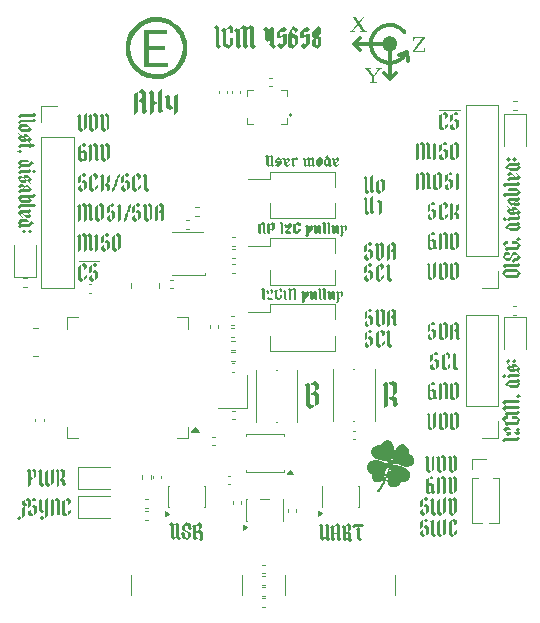
<source format=gbr>
%TF.GenerationSoftware,KiCad,Pcbnew,9.0.5-9.0.5~ubuntu24.04.1*%
%TF.CreationDate,2025-10-15T00:30:22+05:00*%
%TF.ProjectId,AH4,4148342e-6b69-4636-9164-5f7063625858,rev?*%
%TF.SameCoordinates,Original*%
%TF.FileFunction,Legend,Top*%
%TF.FilePolarity,Positive*%
%FSLAX46Y46*%
G04 Gerber Fmt 4.6, Leading zero omitted, Abs format (unit mm)*
G04 Created by KiCad (PCBNEW 9.0.5-9.0.5~ubuntu24.04.1) date 2025-10-15 00:30:22*
%MOMM*%
%LPD*%
G01*
G04 APERTURE LIST*
%ADD10C,0.300000*%
%ADD11C,0.650000*%
%ADD12C,0.100000*%
%ADD13C,0.120000*%
%ADD14C,0.000000*%
%ADD15C,0.200000*%
G04 APERTURE END LIST*
D10*
X221686252Y-72593126D02*
X222186252Y-72093126D01*
X223118034Y-70309017D02*
X222500000Y-70500000D01*
X223118034Y-70309017D02*
G75*
G02*
X222936269Y-68593112I-1431734J715917D01*
G01*
X218686252Y-69593126D02*
X219186252Y-69093126D01*
X218686252Y-69593126D02*
X219186252Y-70093126D01*
D11*
X222011252Y-69593126D02*
G75*
G02*
X221361252Y-69593126I-325000J0D01*
G01*
X221361252Y-69593126D02*
G75*
G02*
X222011252Y-69593126I325000J0D01*
G01*
D10*
X221686252Y-69593126D02*
X221686252Y-72593126D01*
D12*
X195346646Y-87993293D02*
X197046646Y-87993293D01*
X225896646Y-75203293D02*
X227596646Y-75203293D01*
D10*
X221686252Y-72593126D02*
X221186252Y-72093126D01*
X221686252Y-69593126D02*
X218686252Y-69593126D01*
X223118034Y-70309017D02*
X223250000Y-71000000D01*
D13*
G36*
X225130003Y-93849440D02*
G01*
X225373208Y-93988781D01*
X225373208Y-94548952D01*
X225615069Y-94409550D01*
X225615069Y-93849440D01*
X225373208Y-93710039D01*
X225130003Y-93849440D01*
G37*
G36*
X225130003Y-93289269D02*
G01*
X225373208Y-93430014D01*
X225615069Y-93289269D01*
X225373208Y-93149929D01*
X225130003Y-93289269D01*
G37*
G36*
X224888203Y-93988781D02*
G01*
X225130003Y-93849440D01*
X225130003Y-93289269D01*
X224888203Y-93430014D01*
X224888203Y-93710039D01*
X224888203Y-93988781D01*
G37*
G36*
X224888203Y-94268866D02*
G01*
X225130003Y-94129526D01*
X225130003Y-94409550D01*
X225373208Y-94548952D01*
X225130003Y-94688293D01*
X224888203Y-94548952D01*
X224888203Y-94268866D01*
G37*
G36*
X225736763Y-93360283D02*
G01*
X225858335Y-93430014D01*
X225858335Y-94548952D01*
X226101540Y-94688293D01*
X226343340Y-94548952D01*
X226101540Y-94409550D01*
X226101540Y-93289269D01*
X225978564Y-93219599D01*
X225736763Y-93360283D01*
G37*
G36*
X226101540Y-93289269D02*
G01*
X226343340Y-93430014D01*
X226343340Y-94548952D01*
X226585202Y-94409550D01*
X226585202Y-93289269D01*
X226343340Y-93149929D01*
X226101540Y-93289269D01*
G37*
G36*
X227312496Y-93429953D02*
G01*
X227069291Y-93288598D01*
X227312496Y-93148586D01*
X227554357Y-93288598D01*
X227554357Y-94410833D01*
X227675929Y-94480564D01*
X227432724Y-94619905D01*
X227312496Y-94550234D01*
X227312496Y-93990063D01*
X227069291Y-93850723D01*
X227312496Y-93711321D01*
X227312496Y-93429953D01*
G37*
G36*
X226827491Y-94687621D02*
G01*
X227069291Y-94548280D01*
X227069291Y-93288598D01*
X226827491Y-93429343D01*
X226827491Y-94687621D01*
G37*
G36*
X219798446Y-94479440D02*
G01*
X220041651Y-94618781D01*
X220041651Y-95178952D01*
X220283512Y-95039550D01*
X220283512Y-94479440D01*
X220041651Y-94340039D01*
X219798446Y-94479440D01*
G37*
G36*
X219798446Y-93919269D02*
G01*
X220041651Y-94060014D01*
X220283512Y-93919269D01*
X220041651Y-93779929D01*
X219798446Y-93919269D01*
G37*
G36*
X219556646Y-94618781D02*
G01*
X219798446Y-94479440D01*
X219798446Y-93919269D01*
X219556646Y-94060014D01*
X219556646Y-94340039D01*
X219556646Y-94618781D01*
G37*
G36*
X219556646Y-94898866D02*
G01*
X219798446Y-94759526D01*
X219798446Y-95039550D01*
X220041651Y-95178952D01*
X219798446Y-95318293D01*
X219556646Y-95178952D01*
X219556646Y-94898866D01*
G37*
G36*
X221011783Y-94898500D02*
G01*
X221253645Y-94759037D01*
X221253645Y-95039367D01*
X221011783Y-95178830D01*
X221011783Y-94898500D01*
G37*
G36*
X220526778Y-94058915D02*
G01*
X220768579Y-93918048D01*
X220768579Y-95039367D01*
X221011783Y-95178830D01*
X220768579Y-95318293D01*
X220526778Y-95178830D01*
X220526778Y-94058915D01*
G37*
G36*
X220768579Y-93918048D02*
G01*
X221011783Y-93778586D01*
X221253645Y-93918048D01*
X221253645Y-94198378D01*
X221011783Y-94339245D01*
X221011783Y-94058915D01*
X220768579Y-93918048D01*
G37*
G36*
X221375339Y-93990283D02*
G01*
X221617139Y-93849599D01*
X221740115Y-93919269D01*
X221740115Y-95039550D01*
X221981916Y-95178952D01*
X221740115Y-95318293D01*
X221496911Y-95178952D01*
X221496911Y-94060014D01*
X221375339Y-93990283D01*
G37*
G36*
X231399302Y-103280320D02*
G01*
X231223008Y-103102340D01*
X231399302Y-102924433D01*
X232472237Y-102924433D01*
X232576358Y-102820313D01*
X232754337Y-102998292D01*
X232576358Y-103176199D01*
X231503570Y-103176199D01*
X231399302Y-103280320D01*
G37*
G36*
X231673489Y-102816722D02*
G01*
X231495583Y-102638816D01*
X231616410Y-102517915D01*
X231319288Y-102220721D01*
X231495583Y-102046112D01*
X231495583Y-102042814D01*
X231752404Y-102042814D01*
X232214097Y-102460836D01*
X232472676Y-102460836D01*
X232511291Y-102422221D01*
X232351776Y-102262706D01*
X232571668Y-102042814D01*
X232747596Y-102220794D01*
X232594822Y-102373568D01*
X232754337Y-102533010D01*
X232576358Y-102712675D01*
X232432376Y-102712675D01*
X231965628Y-102294580D01*
X231601316Y-102294580D01*
X231527457Y-102370124D01*
X231618095Y-102460836D01*
X231967314Y-102460836D01*
X231967314Y-102712675D01*
X231777610Y-102712675D01*
X231673489Y-102816722D01*
G37*
G36*
X232064327Y-101388195D02*
G01*
X232064327Y-101136356D01*
X232423584Y-101136356D01*
X232754337Y-101472092D01*
X232576358Y-101878390D01*
X231681769Y-101878390D01*
X231577575Y-101982511D01*
X231399302Y-101804531D01*
X231545335Y-101658498D01*
X231221323Y-101391565D01*
X231399302Y-101136356D01*
X231731741Y-101136356D01*
X231731741Y-101388195D01*
X231526944Y-101388195D01*
X231437917Y-101515836D01*
X231577282Y-101626624D01*
X232430251Y-101626624D01*
X232534372Y-101388195D01*
X232064327Y-101388195D01*
G37*
G36*
X231594062Y-101076272D02*
G01*
X231416082Y-100898292D01*
X231565558Y-100747204D01*
X231221323Y-100485326D01*
X231399302Y-100230117D01*
X231510091Y-100230117D01*
X231221323Y-99993446D01*
X231399302Y-99738236D01*
X232472237Y-99738236D01*
X232576358Y-99634189D01*
X232754337Y-99812095D01*
X232576358Y-99990075D01*
X231527090Y-99990075D01*
X231438137Y-100117643D01*
X231575743Y-100230117D01*
X232472237Y-100230117D01*
X232576358Y-100126070D01*
X232754337Y-100303976D01*
X232576358Y-100481956D01*
X231527090Y-100481956D01*
X231443120Y-100601171D01*
X231599264Y-100720386D01*
X232472237Y-100720386D01*
X232576358Y-100616265D01*
X232754337Y-100794245D01*
X232576358Y-100972151D01*
X231698182Y-100972151D01*
X231594062Y-101076272D01*
G37*
G36*
X232576358Y-99579894D02*
G01*
X232398378Y-99401914D01*
X232576358Y-99223934D01*
X232905426Y-99445585D01*
X232707296Y-99448955D01*
X232576358Y-99579894D01*
G37*
G36*
X232754337Y-98091209D02*
G01*
X232603249Y-98242298D01*
X232754337Y-98393386D01*
X232576358Y-98692193D01*
X231953538Y-98692193D01*
X231701699Y-98440354D01*
X231579114Y-98562940D01*
X231429033Y-98411851D01*
X231731888Y-98411851D01*
X231760464Y-98440354D01*
X232442048Y-98440354D01*
X232544484Y-98269116D01*
X231874623Y-98269116D01*
X231731888Y-98411851D01*
X231429033Y-98411851D01*
X231317237Y-98299304D01*
X231347425Y-98270801D01*
X231431396Y-98354772D01*
X231770503Y-98017350D01*
X232472237Y-98017350D01*
X232576358Y-97913229D01*
X232754337Y-98091209D01*
G37*
G36*
X231399302Y-97910372D02*
G01*
X231221323Y-97732392D01*
X231399302Y-97554486D01*
X231577209Y-97732392D01*
X231399302Y-97910372D01*
G37*
G36*
X231770503Y-97910372D02*
G01*
X231592596Y-97732465D01*
X231770503Y-97554486D01*
X232472237Y-97554486D01*
X232576358Y-97450365D01*
X232754337Y-97628345D01*
X232576358Y-97806324D01*
X231874623Y-97806324D01*
X231770503Y-97910372D01*
G37*
G36*
X232027690Y-96921848D02*
G01*
X232027690Y-96720421D01*
X232376909Y-96720421D01*
X232753018Y-97094772D01*
X232596874Y-97358334D01*
X232732868Y-97464140D01*
X232711033Y-97499384D01*
X232276232Y-97165260D01*
X232276232Y-97396949D01*
X231965555Y-97396949D01*
X231712656Y-97145183D01*
X231798786Y-97145183D01*
X232127781Y-97145183D01*
X232028789Y-96975557D01*
X232024414Y-96972259D01*
X232174456Y-96972259D01*
X232241647Y-97086419D01*
X232402774Y-97208931D01*
X232543824Y-96972259D01*
X232174456Y-96972259D01*
X232024414Y-96972259D01*
X231939763Y-96908439D01*
X231798786Y-97145183D01*
X231712656Y-97145183D01*
X231589519Y-97022598D01*
X231745663Y-96759035D01*
X231609669Y-96653229D01*
X231631504Y-96617985D01*
X232027690Y-96921848D01*
G37*
G36*
X232248095Y-96616080D02*
G01*
X232069896Y-96438174D01*
X232248095Y-96260194D01*
X232426295Y-96438174D01*
X232248095Y-96616080D01*
G37*
G36*
X231738629Y-96616080D02*
G01*
X231558964Y-96438100D01*
X231738629Y-96260194D01*
X231916609Y-96438100D01*
X231738629Y-96616080D01*
G37*
G36*
X224494580Y-110488519D02*
G01*
X224737785Y-110627860D01*
X224737785Y-111188031D01*
X224979646Y-111048629D01*
X224979646Y-110488519D01*
X224737785Y-110349118D01*
X224494580Y-110488519D01*
G37*
G36*
X224494580Y-109928348D02*
G01*
X224737785Y-110069093D01*
X224979646Y-109928348D01*
X224737785Y-109789008D01*
X224494580Y-109928348D01*
G37*
G36*
X224252780Y-110627860D02*
G01*
X224494580Y-110488519D01*
X224494580Y-109928348D01*
X224252780Y-110069093D01*
X224252780Y-110349118D01*
X224252780Y-110627860D01*
G37*
G36*
X224252780Y-110907945D02*
G01*
X224494580Y-110768605D01*
X224494580Y-111048629D01*
X224737785Y-111188031D01*
X224494580Y-111327372D01*
X224252780Y-111188031D01*
X224252780Y-110907945D01*
G37*
G36*
X225101340Y-109999362D02*
G01*
X225222912Y-110069093D01*
X225222912Y-111188031D01*
X225466117Y-111327372D01*
X225707917Y-111188031D01*
X225466117Y-111048629D01*
X225466117Y-109928348D01*
X225343141Y-109858678D01*
X225101340Y-109999362D01*
G37*
G36*
X226434784Y-111048629D02*
G01*
X226434784Y-109789008D01*
X226191579Y-109928348D01*
X226191579Y-111188031D01*
X226434784Y-111048629D01*
G37*
G36*
X225707917Y-110069093D02*
G01*
X225707917Y-110350522D01*
X225707917Y-111188031D01*
X225949779Y-111327372D01*
X226191579Y-111188031D01*
X225949779Y-111048629D01*
X225949779Y-109928348D01*
X225707917Y-110069093D01*
G37*
G36*
X227162628Y-110907579D02*
G01*
X227404489Y-110768116D01*
X227404489Y-111048446D01*
X227162628Y-111187909D01*
X227162628Y-110907579D01*
G37*
G36*
X226677622Y-110067994D02*
G01*
X226919423Y-109927127D01*
X226919423Y-111048446D01*
X227162628Y-111187909D01*
X226919423Y-111327372D01*
X226677622Y-111187909D01*
X226677622Y-110067994D01*
G37*
G36*
X226919423Y-109927127D02*
G01*
X227162628Y-109787665D01*
X227404489Y-109927127D01*
X227404489Y-110207457D01*
X227162628Y-110348324D01*
X227162628Y-110067994D01*
X226919423Y-109927127D01*
G37*
G36*
X223795521Y-78120283D02*
G01*
X223917093Y-78190014D01*
X223917093Y-79448293D01*
X224160297Y-79308952D01*
X224160297Y-78049269D01*
X224037321Y-77979599D01*
X223795521Y-78120283D01*
G37*
G36*
X224160297Y-78049269D02*
G01*
X224402098Y-78190014D01*
X224402098Y-79448293D01*
X224643959Y-79308952D01*
X224643959Y-78049269D01*
X224402098Y-77909929D01*
X224160297Y-78049269D01*
G37*
G36*
X225249193Y-79239282D02*
G01*
X225128964Y-79169550D01*
X225128964Y-78049269D01*
X224885760Y-77909929D01*
X224643959Y-78049269D01*
X224885760Y-78190014D01*
X224885760Y-79308952D01*
X225007332Y-79378622D01*
X225249193Y-79239282D01*
G37*
G36*
X225250231Y-78120283D02*
G01*
X225492031Y-77979599D01*
X225615008Y-78049269D01*
X225615008Y-79308952D01*
X225371803Y-79448293D01*
X225371803Y-78190014D01*
X225250231Y-78120283D01*
G37*
G36*
X226098181Y-78609440D02*
G01*
X226341386Y-78748781D01*
X226341386Y-79308952D01*
X226583247Y-79169550D01*
X226583247Y-78609440D01*
X226341386Y-78470039D01*
X226098181Y-78609440D01*
G37*
G36*
X226098181Y-78049269D02*
G01*
X226341386Y-78190014D01*
X226583247Y-78049269D01*
X226341386Y-77909929D01*
X226098181Y-78049269D01*
G37*
G36*
X225856381Y-78748781D02*
G01*
X226098181Y-78609440D01*
X226098181Y-78049269D01*
X225856381Y-78190014D01*
X225856381Y-78470039D01*
X225856381Y-78748781D01*
G37*
G36*
X225856381Y-79028866D02*
G01*
X226098181Y-78889526D01*
X226098181Y-79169550D01*
X226341386Y-79308952D01*
X226098181Y-79448293D01*
X225856381Y-79308952D01*
X225856381Y-79028866D01*
G37*
G36*
X226826513Y-78188915D02*
G01*
X227068314Y-78048048D01*
X227068314Y-79169367D01*
X227311519Y-79308830D01*
X227068314Y-79448293D01*
X226826513Y-79308830D01*
X226826513Y-78188915D01*
G37*
G36*
X227311519Y-79308830D02*
G01*
X227311519Y-78188915D01*
X227068314Y-78048048D01*
X227311519Y-77908586D01*
X227553380Y-78048048D01*
X227553380Y-79169367D01*
X227311519Y-79308830D01*
G37*
G36*
X224739312Y-106467994D02*
G01*
X224981112Y-106327127D01*
X224981112Y-106887787D01*
X225224317Y-106750400D01*
X225466178Y-106889496D01*
X225466178Y-107448629D01*
X225587750Y-107518178D01*
X225344545Y-107657518D01*
X225224317Y-107587848D01*
X225224317Y-107027249D01*
X224981112Y-106887787D01*
X224981112Y-107448446D01*
X225224317Y-107587909D01*
X224981112Y-107727372D01*
X224739312Y-107587909D01*
X224739312Y-106467994D01*
G37*
G36*
X224981112Y-106327127D02*
G01*
X225224317Y-106187665D01*
X225466178Y-106327127D01*
X225224317Y-106467872D01*
X224981112Y-106327127D01*
G37*
G36*
X225586895Y-106398263D02*
G01*
X225828696Y-106257579D01*
X225951672Y-106327249D01*
X225951672Y-107587909D01*
X225708467Y-107727372D01*
X225708467Y-106467994D01*
X225586895Y-106398263D01*
G37*
G36*
X226315105Y-107657518D02*
G01*
X226193472Y-107587848D01*
X226193472Y-106467994D01*
X225951672Y-106327127D01*
X226193472Y-106187665D01*
X226435334Y-106327127D01*
X226435334Y-107448446D01*
X226556906Y-107518178D01*
X226315105Y-107657518D01*
G37*
G36*
X226557028Y-106399362D02*
G01*
X226678600Y-106469093D01*
X226678600Y-107588031D01*
X226921805Y-107727372D01*
X227163605Y-107588031D01*
X226921805Y-107448629D01*
X226921805Y-106328348D01*
X226798828Y-106258678D01*
X226557028Y-106399362D01*
G37*
G36*
X226921805Y-106328348D02*
G01*
X227163605Y-106469093D01*
X227163605Y-107588031D01*
X227405466Y-107448629D01*
X227405466Y-106328348D01*
X227163605Y-106189008D01*
X226921805Y-106328348D01*
G37*
G36*
X219432594Y-80931668D02*
G01*
X219674394Y-80790984D01*
X219797370Y-80860654D01*
X219797370Y-81981851D01*
X220039171Y-82121314D01*
X219797370Y-82260777D01*
X219554166Y-82121314D01*
X219554166Y-81001399D01*
X219432594Y-80931668D01*
G37*
G36*
X220160804Y-82190923D02*
G01*
X220039171Y-82121253D01*
X220039171Y-80860532D01*
X220281032Y-80721070D01*
X220281032Y-81981851D01*
X220402604Y-82051583D01*
X220160804Y-82190923D01*
G37*
G36*
X220524298Y-81282523D02*
G01*
X220524298Y-82121436D01*
X220766099Y-82260777D01*
X221009303Y-82121436D01*
X220766099Y-81982034D01*
X220766099Y-81141839D01*
X220524298Y-81282523D01*
G37*
G36*
X221251165Y-81982034D02*
G01*
X221251165Y-81141839D01*
X221009303Y-81002498D01*
X220766099Y-81141839D01*
X221009303Y-81282523D01*
X221009303Y-82121436D01*
X221251165Y-81982034D01*
G37*
G36*
X195781651Y-89288500D02*
G01*
X196023512Y-89149037D01*
X196023512Y-89429367D01*
X195781651Y-89568830D01*
X195781651Y-89288500D01*
G37*
G36*
X195296646Y-88448915D02*
G01*
X195538446Y-88308048D01*
X195538446Y-89429367D01*
X195781651Y-89568830D01*
X195538446Y-89708293D01*
X195296646Y-89568830D01*
X195296646Y-88448915D01*
G37*
G36*
X195538446Y-88308048D02*
G01*
X195781651Y-88168586D01*
X196023512Y-88308048D01*
X196023512Y-88588378D01*
X195781651Y-88729245D01*
X195781651Y-88448915D01*
X195538446Y-88308048D01*
G37*
G36*
X196508579Y-88869440D02*
G01*
X196751783Y-89008781D01*
X196751783Y-89568952D01*
X196993645Y-89429550D01*
X196993645Y-88869440D01*
X196751783Y-88730039D01*
X196508579Y-88869440D01*
G37*
G36*
X196508579Y-88309269D02*
G01*
X196751783Y-88450014D01*
X196993645Y-88309269D01*
X196751783Y-88169929D01*
X196508579Y-88309269D01*
G37*
G36*
X196266778Y-89008781D02*
G01*
X196508579Y-88869440D01*
X196508579Y-88309269D01*
X196266778Y-88450014D01*
X196266778Y-88730039D01*
X196266778Y-89008781D01*
G37*
G36*
X196266778Y-89288866D02*
G01*
X196508579Y-89149526D01*
X196508579Y-89429550D01*
X196751783Y-89568952D01*
X196508579Y-89708293D01*
X196266778Y-89568952D01*
X196266778Y-89288866D01*
G37*
G36*
X195175074Y-85840283D02*
G01*
X195296646Y-85910014D01*
X195296646Y-87168293D01*
X195539850Y-87028952D01*
X195539850Y-85769269D01*
X195416874Y-85699599D01*
X195175074Y-85840283D01*
G37*
G36*
X195539850Y-85769269D02*
G01*
X195781651Y-85910014D01*
X195781651Y-87168293D01*
X196023512Y-87028952D01*
X196023512Y-85769269D01*
X195781651Y-85629929D01*
X195539850Y-85769269D01*
G37*
G36*
X196628746Y-86959282D02*
G01*
X196508517Y-86889550D01*
X196508517Y-85769269D01*
X196265313Y-85629929D01*
X196023512Y-85769269D01*
X196265313Y-85910014D01*
X196265313Y-87028952D01*
X196386885Y-87098622D01*
X196628746Y-86959282D01*
G37*
G36*
X196629784Y-85840283D02*
G01*
X196871584Y-85699599D01*
X196994561Y-85769269D01*
X196994561Y-87028952D01*
X196751356Y-87168293D01*
X196751356Y-85910014D01*
X196629784Y-85840283D01*
G37*
G36*
X197477734Y-86329440D02*
G01*
X197720939Y-86468781D01*
X197720939Y-87028952D01*
X197962800Y-86889550D01*
X197962800Y-86329440D01*
X197720939Y-86190039D01*
X197477734Y-86329440D01*
G37*
G36*
X197477734Y-85769269D02*
G01*
X197720939Y-85910014D01*
X197962800Y-85769269D01*
X197720939Y-85629929D01*
X197477734Y-85769269D01*
G37*
G36*
X197235934Y-86468781D02*
G01*
X197477734Y-86329440D01*
X197477734Y-85769269D01*
X197235934Y-85910014D01*
X197235934Y-86190039D01*
X197235934Y-86468781D01*
G37*
G36*
X197235934Y-86748866D02*
G01*
X197477734Y-86609526D01*
X197477734Y-86889550D01*
X197720939Y-87028952D01*
X197477734Y-87168293D01*
X197235934Y-87028952D01*
X197235934Y-86748866D01*
G37*
G36*
X198206066Y-85908915D02*
G01*
X198447867Y-85768048D01*
X198447867Y-86889367D01*
X198691072Y-87028830D01*
X198447867Y-87168293D01*
X198206066Y-87028830D01*
X198206066Y-85908915D01*
G37*
G36*
X198691072Y-87028830D02*
G01*
X198691072Y-85908915D01*
X198447867Y-85768048D01*
X198691072Y-85628586D01*
X198932933Y-85768048D01*
X198932933Y-86889367D01*
X198691072Y-87028830D01*
G37*
G36*
X232763733Y-89014215D02*
G01*
X232585754Y-89420513D01*
X231601992Y-89420513D01*
X231352432Y-89168675D01*
X231435736Y-89168675D01*
X232439721Y-89168675D01*
X232562233Y-88888333D01*
X231558322Y-88888333D01*
X231435736Y-89168675D01*
X231352432Y-89168675D01*
X231232624Y-89047774D01*
X231412289Y-88636494D01*
X231413901Y-88636494D01*
X232389309Y-88636494D01*
X232763733Y-89014215D01*
G37*
G36*
X231408698Y-88575897D02*
G01*
X231232404Y-88397917D01*
X231408698Y-88220011D01*
X232481633Y-88220011D01*
X232585754Y-88115890D01*
X232763733Y-88293870D01*
X232585754Y-88471776D01*
X231512966Y-88471776D01*
X231408698Y-88575897D01*
G37*
G36*
X231415586Y-87222548D02*
G01*
X231670795Y-87222548D01*
X231746340Y-87148689D01*
X231904169Y-87345133D01*
X231744654Y-87474386D01*
X231561692Y-87474386D01*
X231439107Y-87756414D01*
X231845405Y-87756414D01*
X232110652Y-87205768D01*
X232369159Y-87205768D01*
X232620998Y-87457534D01*
X232619312Y-87457534D01*
X232763733Y-87601954D01*
X232585754Y-88008252D01*
X232295300Y-88008252D01*
X232191252Y-88112300D01*
X232011587Y-87934393D01*
X232191252Y-87756414D01*
X232439721Y-87756414D01*
X232570659Y-87457534D01*
X232110652Y-87457534D01*
X231847090Y-88008252D01*
X231610345Y-88008252D01*
X231235994Y-87635513D01*
X231415586Y-87222548D01*
G37*
G36*
X232073723Y-86552467D02*
G01*
X232073723Y-86300629D01*
X232432980Y-86300629D01*
X232763733Y-86636365D01*
X232585754Y-87042663D01*
X231691165Y-87042663D01*
X231586971Y-87146783D01*
X231408698Y-86968804D01*
X231554731Y-86822771D01*
X231230719Y-86555838D01*
X231408698Y-86300629D01*
X231741137Y-86300629D01*
X231741137Y-86552467D01*
X231536340Y-86552467D01*
X231447313Y-86680109D01*
X231586678Y-86790897D01*
X232439647Y-86790897D01*
X232543768Y-86552467D01*
X232073723Y-86552467D01*
G37*
G36*
X232585754Y-86289345D02*
G01*
X232407774Y-86111365D01*
X232585754Y-85933385D01*
X232914822Y-86155035D01*
X232716692Y-86158406D01*
X232585754Y-86289345D01*
G37*
G36*
X232763733Y-84800660D02*
G01*
X232612645Y-84951749D01*
X232763733Y-85102837D01*
X232585754Y-85401644D01*
X231962934Y-85401644D01*
X231711095Y-85149805D01*
X231588510Y-85272391D01*
X231438429Y-85121302D01*
X231741284Y-85121302D01*
X231769860Y-85149805D01*
X232451444Y-85149805D01*
X232553880Y-84978566D01*
X231884019Y-84978566D01*
X231741284Y-85121302D01*
X231438429Y-85121302D01*
X231326633Y-85008755D01*
X231356821Y-84980252D01*
X231440792Y-85064222D01*
X231779899Y-84726801D01*
X232481633Y-84726801D01*
X232585754Y-84622680D01*
X232763733Y-84800660D01*
G37*
G36*
X231408698Y-84619823D02*
G01*
X231230719Y-84441843D01*
X231408698Y-84263936D01*
X231586605Y-84441843D01*
X231408698Y-84619823D01*
G37*
G36*
X231779899Y-84619823D02*
G01*
X231601992Y-84441916D01*
X231779899Y-84263936D01*
X232481633Y-84263936D01*
X232585754Y-84159816D01*
X232763733Y-84337795D01*
X232585754Y-84515775D01*
X231884019Y-84515775D01*
X231779899Y-84619823D01*
G37*
G36*
X232037086Y-83631298D02*
G01*
X232037086Y-83429871D01*
X232386305Y-83429871D01*
X232762414Y-83804222D01*
X232606270Y-84067785D01*
X232742264Y-84173591D01*
X232720429Y-84208835D01*
X232285628Y-83874711D01*
X232285628Y-84106400D01*
X231974951Y-84106400D01*
X231722052Y-83854634D01*
X231808182Y-83854634D01*
X232137177Y-83854634D01*
X232038185Y-83685007D01*
X232033812Y-83681710D01*
X232183852Y-83681710D01*
X232251043Y-83795869D01*
X232412170Y-83918382D01*
X232553220Y-83681710D01*
X232183852Y-83681710D01*
X232033812Y-83681710D01*
X231949159Y-83617890D01*
X231808182Y-83854634D01*
X231722052Y-83854634D01*
X231598915Y-83732049D01*
X231755059Y-83468486D01*
X231619065Y-83362680D01*
X231640900Y-83327436D01*
X232037086Y-83631298D01*
G37*
G36*
X232763733Y-82716194D02*
G01*
X232585754Y-82894100D01*
X232520248Y-82894100D01*
X232763733Y-83139198D01*
X232585754Y-83317178D01*
X232295300Y-83317178D01*
X232129117Y-83150995D01*
X231962934Y-83302084D01*
X231698774Y-82949495D01*
X231828625Y-82949495D01*
X232092188Y-83125789D01*
X232159195Y-83065339D01*
X232223126Y-83065339D01*
X232481633Y-83065339D01*
X232557177Y-82989795D01*
X232459871Y-82894100D01*
X232412830Y-82894100D01*
X232223126Y-83065339D01*
X232159195Y-83065339D01*
X232349009Y-82894100D01*
X231884019Y-82894100D01*
X231828625Y-82949495D01*
X231698774Y-82949495D01*
X231601992Y-82820315D01*
X231779899Y-82642335D01*
X232481633Y-82642335D01*
X232585754Y-82538214D01*
X232763733Y-82716194D01*
G37*
G36*
X232763733Y-82134114D02*
G01*
X232585754Y-82432921D01*
X231512966Y-82432921D01*
X231408698Y-82537042D01*
X231232404Y-82359062D01*
X231408698Y-82181155D01*
X231846943Y-82181155D01*
X231749564Y-82083776D01*
X231810160Y-82083776D01*
X231905855Y-82181155D01*
X232451444Y-82181155D01*
X232553880Y-82009917D01*
X231884019Y-82009917D01*
X231810160Y-82083776D01*
X231749564Y-82083776D01*
X231601846Y-81936058D01*
X231779752Y-81758078D01*
X232392680Y-81758078D01*
X232763733Y-82134114D01*
G37*
G36*
X231408698Y-81697628D02*
G01*
X231232404Y-81519648D01*
X231408698Y-81341742D01*
X232481633Y-81341742D01*
X232585754Y-81237621D01*
X232763733Y-81415601D01*
X232585754Y-81593507D01*
X231512966Y-81593507D01*
X231408698Y-81697628D01*
G37*
G36*
X232399421Y-80879830D02*
G01*
X232451444Y-80879830D01*
X232557177Y-80701850D01*
X232340656Y-80515517D01*
X232411144Y-80478587D01*
X232763733Y-80831103D01*
X232585754Y-81131595D01*
X231884019Y-81131595D01*
X231779899Y-81235716D01*
X231601992Y-81057736D01*
X231779899Y-80879830D01*
X231845405Y-80879830D01*
X231750368Y-80784135D01*
X231808475Y-80784135D01*
X231905855Y-80879830D01*
X232332229Y-80879830D01*
X232132488Y-80708591D01*
X231884019Y-80708591D01*
X231808475Y-80784135D01*
X231750368Y-80784135D01*
X231601992Y-80634732D01*
X231778213Y-80456752D01*
X231976343Y-80456752D01*
X232399421Y-80879830D01*
G37*
G36*
X232763733Y-79734868D02*
G01*
X232612645Y-79885957D01*
X232763733Y-80037045D01*
X232585754Y-80335852D01*
X231962934Y-80335852D01*
X231711095Y-80084013D01*
X231588510Y-80206599D01*
X231438429Y-80055510D01*
X231741284Y-80055510D01*
X231769860Y-80084013D01*
X232451444Y-80084013D01*
X232553880Y-79912774D01*
X231884019Y-79912774D01*
X231741284Y-80055510D01*
X231438429Y-80055510D01*
X231326633Y-79942963D01*
X231356821Y-79914460D01*
X231440792Y-79998430D01*
X231779899Y-79661009D01*
X232481633Y-79661009D01*
X232585754Y-79556888D01*
X232763733Y-79734868D01*
G37*
G36*
X232257491Y-79554030D02*
G01*
X232079292Y-79376124D01*
X232257491Y-79198144D01*
X232435691Y-79376124D01*
X232257491Y-79554030D01*
G37*
G36*
X231748025Y-79554030D02*
G01*
X231568360Y-79376051D01*
X231748025Y-79198144D01*
X231926005Y-79376051D01*
X231748025Y-79554030D01*
G37*
G36*
X219432594Y-82706668D02*
G01*
X219674394Y-82565984D01*
X219797370Y-82635654D01*
X219797370Y-83756851D01*
X220039171Y-83896314D01*
X219797370Y-84035777D01*
X219554166Y-83896314D01*
X219554166Y-82776399D01*
X219432594Y-82706668D01*
G37*
G36*
X220160804Y-83965923D02*
G01*
X220039171Y-83896253D01*
X220039171Y-82635532D01*
X220281032Y-82496070D01*
X220281032Y-83756851D01*
X220402604Y-83826583D01*
X220160804Y-83965923D01*
G37*
G36*
X220524298Y-82916839D02*
G01*
X220766099Y-83057523D01*
X220766099Y-84035777D01*
X221009303Y-83896436D01*
X221009303Y-82916839D01*
X220766099Y-82777498D01*
X220524298Y-82916839D01*
G37*
G36*
X219798446Y-92704440D02*
G01*
X220041651Y-92843781D01*
X220041651Y-93403952D01*
X220283512Y-93264550D01*
X220283512Y-92704440D01*
X220041651Y-92565039D01*
X219798446Y-92704440D01*
G37*
G36*
X219798446Y-92144269D02*
G01*
X220041651Y-92285014D01*
X220283512Y-92144269D01*
X220041651Y-92004929D01*
X219798446Y-92144269D01*
G37*
G36*
X219556646Y-92843781D02*
G01*
X219798446Y-92704440D01*
X219798446Y-92144269D01*
X219556646Y-92285014D01*
X219556646Y-92565039D01*
X219556646Y-92843781D01*
G37*
G36*
X219556646Y-93123866D02*
G01*
X219798446Y-92984526D01*
X219798446Y-93264550D01*
X220041651Y-93403952D01*
X219798446Y-93543293D01*
X219556646Y-93403952D01*
X219556646Y-93123866D01*
G37*
G36*
X220405206Y-92215283D02*
G01*
X220526778Y-92285014D01*
X220526778Y-93403952D01*
X220769983Y-93543293D01*
X221011783Y-93403952D01*
X220769983Y-93264550D01*
X220769983Y-92144269D01*
X220647007Y-92074599D01*
X220405206Y-92215283D01*
G37*
G36*
X220769983Y-92144269D02*
G01*
X221011783Y-92285014D01*
X221011783Y-93403952D01*
X221253645Y-93264550D01*
X221253645Y-92144269D01*
X221011783Y-92004929D01*
X220769983Y-92144269D01*
G37*
G36*
X221980939Y-92284953D02*
G01*
X221737734Y-92143598D01*
X221980939Y-92003586D01*
X222222800Y-92143598D01*
X222222800Y-93265833D01*
X222344372Y-93335564D01*
X222101167Y-93474905D01*
X221980939Y-93405234D01*
X221980939Y-92845063D01*
X221737734Y-92705723D01*
X221980939Y-92566321D01*
X221980939Y-92284953D01*
G37*
G36*
X221495934Y-93542621D02*
G01*
X221737734Y-93403280D01*
X221737734Y-92143598D01*
X221495934Y-92284343D01*
X221495934Y-93542621D01*
G37*
G36*
X224495557Y-108688519D02*
G01*
X224738762Y-108827860D01*
X224738762Y-109388031D01*
X224980623Y-109248629D01*
X224980623Y-108688519D01*
X224738762Y-108549118D01*
X224495557Y-108688519D01*
G37*
G36*
X224495557Y-108128348D02*
G01*
X224738762Y-108269093D01*
X224980623Y-108128348D01*
X224738762Y-107989008D01*
X224495557Y-108128348D01*
G37*
G36*
X224253757Y-108827860D02*
G01*
X224495557Y-108688519D01*
X224495557Y-108128348D01*
X224253757Y-108269093D01*
X224253757Y-108549118D01*
X224253757Y-108827860D01*
G37*
G36*
X224253757Y-109107945D02*
G01*
X224495557Y-108968605D01*
X224495557Y-109248629D01*
X224738762Y-109388031D01*
X224495557Y-109527372D01*
X224253757Y-109388031D01*
X224253757Y-109107945D01*
G37*
G36*
X225102317Y-108199362D02*
G01*
X225223889Y-108269093D01*
X225223889Y-109388031D01*
X225467094Y-109527372D01*
X225708894Y-109388031D01*
X225467094Y-109248629D01*
X225467094Y-108128348D01*
X225344118Y-108058678D01*
X225102317Y-108199362D01*
G37*
G36*
X226435761Y-109248629D02*
G01*
X226435761Y-107989008D01*
X226192556Y-108128348D01*
X226192556Y-109388031D01*
X226435761Y-109248629D01*
G37*
G36*
X225708894Y-108269093D02*
G01*
X225708894Y-108550522D01*
X225708894Y-109388031D01*
X225950756Y-109527372D01*
X226192556Y-109388031D01*
X225950756Y-109248629D01*
X225950756Y-108128348D01*
X225708894Y-108269093D01*
G37*
G36*
X226557028Y-108199362D02*
G01*
X226678599Y-108269093D01*
X226678599Y-109388031D01*
X226921804Y-109527372D01*
X227163605Y-109388031D01*
X226921804Y-109248629D01*
X226921804Y-108128348D01*
X226798828Y-108058678D01*
X226557028Y-108199362D01*
G37*
G36*
X226921804Y-108128348D02*
G01*
X227163605Y-108269093D01*
X227163605Y-109388031D01*
X227405466Y-109248629D01*
X227405466Y-108128348D01*
X227163605Y-107989008D01*
X226921804Y-108128348D01*
G37*
G36*
X195175074Y-83300283D02*
G01*
X195296646Y-83370014D01*
X195296646Y-84628293D01*
X195539850Y-84488952D01*
X195539850Y-83229269D01*
X195416874Y-83159599D01*
X195175074Y-83300283D01*
G37*
G36*
X195539850Y-83229269D02*
G01*
X195781651Y-83370014D01*
X195781651Y-84628293D01*
X196023512Y-84488952D01*
X196023512Y-83229269D01*
X195781651Y-83089929D01*
X195539850Y-83229269D01*
G37*
G36*
X196628746Y-84419282D02*
G01*
X196508517Y-84349550D01*
X196508517Y-83229269D01*
X196265313Y-83089929D01*
X196023512Y-83229269D01*
X196265313Y-83370014D01*
X196265313Y-84488952D01*
X196386885Y-84558622D01*
X196628746Y-84419282D01*
G37*
G36*
X196751356Y-83368915D02*
G01*
X196993156Y-83228048D01*
X196993156Y-84349367D01*
X197236361Y-84488830D01*
X196993156Y-84628293D01*
X196751356Y-84488830D01*
X196751356Y-83368915D01*
G37*
G36*
X197236361Y-84488830D02*
G01*
X197236361Y-83368915D01*
X196993156Y-83228048D01*
X197236361Y-83088586D01*
X197478223Y-83228048D01*
X197478223Y-84349367D01*
X197236361Y-84488830D01*
G37*
G36*
X197963289Y-83789440D02*
G01*
X198206494Y-83928781D01*
X198206494Y-84488952D01*
X198448355Y-84349550D01*
X198448355Y-83789440D01*
X198206494Y-83650039D01*
X197963289Y-83789440D01*
G37*
G36*
X197963289Y-83229269D02*
G01*
X198206494Y-83370014D01*
X198448355Y-83229269D01*
X198206494Y-83089929D01*
X197963289Y-83229269D01*
G37*
G36*
X197721488Y-83928781D02*
G01*
X197963289Y-83789440D01*
X197963289Y-83229269D01*
X197721488Y-83370014D01*
X197721488Y-83650039D01*
X197721488Y-83928781D01*
G37*
G36*
X197721488Y-84208866D02*
G01*
X197963289Y-84069526D01*
X197963289Y-84349550D01*
X198206494Y-84488952D01*
X197963289Y-84628293D01*
X197721488Y-84488952D01*
X197721488Y-84208866D01*
G37*
G36*
X198570049Y-83300283D02*
G01*
X198811850Y-83159599D01*
X198934826Y-83229269D01*
X198934826Y-84488952D01*
X198691621Y-84628293D01*
X198691621Y-83370014D01*
X198570049Y-83300283D01*
G37*
G36*
X199781433Y-83159599D02*
G01*
X199539632Y-83300283D01*
X199539632Y-83579025D01*
X199417999Y-83650039D01*
X199417999Y-83928781D01*
X199297771Y-83999795D01*
X199297771Y-84278537D01*
X199176199Y-84349550D01*
X199176199Y-84628293D01*
X199417999Y-84488952D01*
X199417999Y-84208866D01*
X199539632Y-84139196D01*
X199539632Y-83859111D01*
X199661204Y-83789440D01*
X199661204Y-83509355D01*
X199781433Y-83439685D01*
X199781433Y-83159599D01*
G37*
G36*
X200144866Y-83789440D02*
G01*
X200388071Y-83928781D01*
X200388071Y-84488952D01*
X200629932Y-84349550D01*
X200629932Y-83789440D01*
X200388071Y-83650039D01*
X200144866Y-83789440D01*
G37*
G36*
X200144866Y-83229269D02*
G01*
X200388071Y-83370014D01*
X200629932Y-83229269D01*
X200388071Y-83089929D01*
X200144866Y-83229269D01*
G37*
G36*
X199903066Y-83928781D02*
G01*
X200144866Y-83789440D01*
X200144866Y-83229269D01*
X199903066Y-83370014D01*
X199903066Y-83650039D01*
X199903066Y-83928781D01*
G37*
G36*
X199903066Y-84208866D02*
G01*
X200144866Y-84069526D01*
X200144866Y-84349550D01*
X200388071Y-84488952D01*
X200144866Y-84628293D01*
X199903066Y-84488952D01*
X199903066Y-84208866D01*
G37*
G36*
X200751626Y-83300283D02*
G01*
X200873198Y-83370014D01*
X200873198Y-84488952D01*
X201116403Y-84628293D01*
X201358203Y-84488952D01*
X201116403Y-84349550D01*
X201116403Y-83229269D01*
X200993427Y-83159599D01*
X200751626Y-83300283D01*
G37*
G36*
X201116403Y-83229269D02*
G01*
X201358203Y-83370014D01*
X201358203Y-84488952D01*
X201600065Y-84349550D01*
X201600065Y-83229269D01*
X201358203Y-83089929D01*
X201116403Y-83229269D01*
G37*
G36*
X202327359Y-83369953D02*
G01*
X202084154Y-83228598D01*
X202327359Y-83088586D01*
X202569221Y-83228598D01*
X202569221Y-84350833D01*
X202690792Y-84420564D01*
X202447588Y-84559905D01*
X202327359Y-84490234D01*
X202327359Y-83930063D01*
X202084154Y-83790723D01*
X202327359Y-83651321D01*
X202327359Y-83369953D01*
G37*
G36*
X201842354Y-84627621D02*
G01*
X202084154Y-84488280D01*
X202084154Y-83228598D01*
X201842354Y-83369343D01*
X201842354Y-84627621D01*
G37*
G36*
X210803448Y-90374491D02*
G01*
X210951764Y-90256961D01*
X211100019Y-90374491D01*
X211100019Y-91089781D01*
X211186787Y-91159195D01*
X211038470Y-91277848D01*
X210890215Y-91159195D01*
X210890215Y-90444003D01*
X210803448Y-90374491D01*
G37*
G36*
X211189779Y-90557282D02*
G01*
X211338034Y-90438678D01*
X211438784Y-90519229D01*
X211686446Y-90321148D01*
X211831954Y-90438678D01*
X211834702Y-90438678D01*
X211834702Y-90609892D01*
X211486351Y-90917687D01*
X211486351Y-91090074D01*
X211518529Y-91115817D01*
X211651459Y-91009474D01*
X211834702Y-91156068D01*
X211686385Y-91273354D01*
X211559074Y-91171504D01*
X211426206Y-91277848D01*
X211276485Y-91159195D01*
X211276485Y-91063207D01*
X211624897Y-90752042D01*
X211624897Y-90509167D01*
X211561944Y-90459927D01*
X211486351Y-90520353D01*
X211486351Y-90753165D01*
X211276485Y-90753165D01*
X211276485Y-90626696D01*
X211189779Y-90557282D01*
G37*
G36*
X212380218Y-90817841D02*
G01*
X212590084Y-90817841D01*
X212590084Y-91057345D01*
X212310304Y-91277848D01*
X211971722Y-91159195D01*
X211971722Y-90562802D01*
X211884955Y-90493340D01*
X212033271Y-90374491D01*
X212154965Y-90471846D01*
X212377409Y-90255838D01*
X212590084Y-90374491D01*
X212590084Y-90596117D01*
X212380218Y-90596117D01*
X212380218Y-90459585D01*
X212273851Y-90400234D01*
X212181527Y-90493144D01*
X212181527Y-91061790D01*
X212380218Y-91131204D01*
X212380218Y-90817841D01*
G37*
G36*
X212640154Y-90504331D02*
G01*
X212788470Y-90385677D01*
X212914377Y-90485328D01*
X213132608Y-90255838D01*
X213345283Y-90374491D01*
X213345283Y-90448350D01*
X213542509Y-90255838D01*
X213755183Y-90374491D01*
X213755183Y-91089781D01*
X213841890Y-91159195D01*
X213693634Y-91277848D01*
X213545318Y-91159195D01*
X213545318Y-90459683D01*
X213439011Y-90400381D01*
X213345283Y-90492118D01*
X213345283Y-91089781D01*
X213431989Y-91159195D01*
X213283734Y-91277848D01*
X213135417Y-91159195D01*
X213135417Y-90459683D01*
X213036071Y-90403703D01*
X212936726Y-90507799D01*
X212936726Y-91089781D01*
X213023493Y-91159195D01*
X212875176Y-91277848D01*
X212726921Y-91159195D01*
X212726921Y-90573744D01*
X212640154Y-90504331D01*
G37*
G36*
X214818922Y-90622886D02*
G01*
X214818922Y-90948608D01*
X214490110Y-91209362D01*
X214490110Y-91406368D01*
X214341855Y-91524973D01*
X214193538Y-91406368D01*
X214280305Y-91336954D01*
X214280305Y-90692300D01*
X214273528Y-90686878D01*
X214490110Y-90686878D01*
X214490110Y-91164812D01*
X214609056Y-91049529D01*
X214609056Y-90691372D01*
X214547507Y-90642132D01*
X214490110Y-90686878D01*
X214273528Y-90686878D01*
X214193538Y-90622886D01*
X214341855Y-90504282D01*
X214490110Y-90621763D01*
X214490110Y-90648629D01*
X214670606Y-90504282D01*
X214818922Y-90622886D01*
G37*
G36*
X214869602Y-90621958D02*
G01*
X215017919Y-90503354D01*
X215166174Y-90621958D01*
X215166174Y-91089781D01*
X215229128Y-91139069D01*
X215308873Y-91075273D01*
X215308873Y-90691372D01*
X215222167Y-90621958D01*
X215370422Y-90503354D01*
X215518739Y-90621958D01*
X215518739Y-91089781D01*
X215605506Y-91159195D01*
X215457190Y-91277848D01*
X215308873Y-91159195D01*
X215308873Y-91114449D01*
X215104625Y-91277848D01*
X214956370Y-91159195D01*
X214956370Y-90691372D01*
X214869602Y-90621958D01*
G37*
G36*
X215607216Y-90374491D02*
G01*
X215755532Y-90256961D01*
X215903788Y-90374491D01*
X215903788Y-91089781D01*
X215990555Y-91159195D01*
X215842238Y-91277848D01*
X215693983Y-91159195D01*
X215693983Y-90444003D01*
X215607216Y-90374491D01*
G37*
G36*
X215992143Y-90374491D02*
G01*
X216140459Y-90256961D01*
X216288714Y-90374491D01*
X216288714Y-91089781D01*
X216375482Y-91159195D01*
X216227165Y-91277848D01*
X216078910Y-91159195D01*
X216078910Y-90444003D01*
X215992143Y-90374491D01*
G37*
G36*
X216377069Y-90621958D02*
G01*
X216525386Y-90503354D01*
X216673641Y-90621958D01*
X216673641Y-91089781D01*
X216736595Y-91139069D01*
X216816340Y-91075273D01*
X216816340Y-90691372D01*
X216729634Y-90621958D01*
X216877889Y-90503354D01*
X217026206Y-90621958D01*
X217026206Y-91089781D01*
X217112973Y-91159195D01*
X216964657Y-91277848D01*
X216816340Y-91159195D01*
X216816340Y-91114449D01*
X216612092Y-91277848D01*
X216463837Y-91159195D01*
X216463837Y-90691372D01*
X216377069Y-90621958D01*
G37*
G36*
X217740066Y-90622886D02*
G01*
X217740066Y-90948608D01*
X217411255Y-91209362D01*
X217411255Y-91406368D01*
X217262999Y-91524973D01*
X217114683Y-91406368D01*
X217201450Y-91336954D01*
X217201450Y-90692300D01*
X217194673Y-90686878D01*
X217411255Y-90686878D01*
X217411255Y-91164812D01*
X217530201Y-91049529D01*
X217530201Y-90691372D01*
X217468652Y-90642132D01*
X217411255Y-90686878D01*
X217194673Y-90686878D01*
X217114683Y-90622886D01*
X217262999Y-90504282D01*
X217411255Y-90621763D01*
X217411255Y-90648629D01*
X217591750Y-90504282D01*
X217740066Y-90622886D01*
G37*
G36*
X191296205Y-105680976D02*
G01*
X191538006Y-105821721D01*
X191538006Y-106380488D01*
X191779867Y-106241147D01*
X191779867Y-105680976D01*
X191538006Y-105541636D01*
X191296205Y-105680976D01*
G37*
G36*
X190931429Y-105751990D02*
G01*
X191053001Y-105821721D01*
X191053001Y-107080000D01*
X191296205Y-106940659D01*
X191296205Y-106521233D01*
X191538006Y-106380488D01*
X191296205Y-106241147D01*
X191296205Y-105680976D01*
X191173229Y-105611306D01*
X190931429Y-105751990D01*
G37*
G36*
X191900584Y-105751990D02*
G01*
X192022156Y-105821721D01*
X192022156Y-106940659D01*
X192265361Y-107080000D01*
X192507161Y-106940659D01*
X192265361Y-106801257D01*
X192265361Y-105680976D01*
X192142385Y-105611306D01*
X191900584Y-105751990D01*
G37*
G36*
X193234028Y-106801257D02*
G01*
X193234028Y-105541636D01*
X192990823Y-105680976D01*
X192990823Y-106940659D01*
X193234028Y-106801257D01*
G37*
G36*
X192507161Y-105821721D02*
G01*
X192507161Y-106103150D01*
X192507161Y-106940659D01*
X192749023Y-107080000D01*
X192990823Y-106940659D01*
X192749023Y-106801257D01*
X192749023Y-105680976D01*
X192507161Y-105821721D01*
G37*
G36*
X193720071Y-105680976D02*
G01*
X193961872Y-105821721D01*
X193961872Y-106380488D01*
X194203733Y-106241147D01*
X194203733Y-105680976D01*
X193961872Y-105541636D01*
X193720071Y-105680976D01*
G37*
G36*
X193355295Y-105751990D02*
G01*
X193476867Y-105821721D01*
X193476867Y-107080000D01*
X193720071Y-106940659D01*
X193720071Y-105680976D01*
X193597095Y-105611306D01*
X193355295Y-105751990D01*
G37*
G36*
X193720071Y-106521233D02*
G01*
X193961872Y-106380488D01*
X194203733Y-106521233D01*
X194203733Y-106801257D01*
X194325305Y-106870989D01*
X194083505Y-107010329D01*
X193961872Y-106940659D01*
X193961872Y-106660573D01*
X193720071Y-106521233D01*
G37*
G36*
X221564807Y-98323965D02*
G01*
X221927507Y-98535082D01*
X221927507Y-99373232D01*
X222290300Y-99164221D01*
X222290300Y-98323965D01*
X221927507Y-98114954D01*
X221564807Y-98323965D01*
G37*
G36*
X221017642Y-98430485D02*
G01*
X221200000Y-98535082D01*
X221200000Y-100422500D01*
X221564807Y-100213489D01*
X221564807Y-98323965D01*
X221380342Y-98219460D01*
X221017642Y-98430485D01*
G37*
G36*
X221564807Y-99584350D02*
G01*
X221927507Y-99373232D01*
X222290300Y-99584350D01*
X222290300Y-100004386D01*
X222472657Y-100108983D01*
X222109957Y-100317994D01*
X221927507Y-100213489D01*
X221927507Y-99793360D01*
X221564807Y-99584350D01*
G37*
G36*
X224618717Y-104598263D02*
G01*
X224860517Y-104457579D01*
X224983493Y-104527249D01*
X224983493Y-105648446D01*
X225225294Y-105787909D01*
X224983493Y-105927372D01*
X224740289Y-105787909D01*
X224740289Y-104667994D01*
X224618717Y-104598263D01*
G37*
G36*
X225225294Y-105787909D02*
G01*
X225225294Y-104527127D01*
X225467155Y-104387665D01*
X225467155Y-105648446D01*
X225225294Y-105787909D01*
G37*
G36*
X225587872Y-104599362D02*
G01*
X225709444Y-104669093D01*
X225709444Y-105788031D01*
X225952649Y-105927372D01*
X226194449Y-105788031D01*
X225952649Y-105648629D01*
X225952649Y-104528348D01*
X225829673Y-104458678D01*
X225587872Y-104599362D01*
G37*
G36*
X225952649Y-104528348D02*
G01*
X226194449Y-104669093D01*
X226194449Y-105788031D01*
X226436311Y-105648629D01*
X226436311Y-104528348D01*
X226194449Y-104389008D01*
X225952649Y-104528348D01*
G37*
G36*
X226557028Y-104599362D02*
G01*
X226678600Y-104669093D01*
X226678600Y-105788031D01*
X226921805Y-105927372D01*
X227163605Y-105788031D01*
X226921805Y-105648629D01*
X226921805Y-104528348D01*
X226798828Y-104458678D01*
X226557028Y-104599362D01*
G37*
G36*
X226921805Y-104528348D02*
G01*
X227163605Y-104669093D01*
X227163605Y-105788031D01*
X227405466Y-105648629D01*
X227405466Y-104528348D01*
X227163605Y-104389008D01*
X226921805Y-104528348D01*
G37*
G36*
X211426958Y-79076254D02*
G01*
X211426958Y-79776889D01*
X211533326Y-79836191D01*
X211625650Y-79744405D01*
X211625650Y-79145619D01*
X211538883Y-79076254D01*
X211687199Y-78957601D01*
X211835516Y-79076254D01*
X211835516Y-79791446D01*
X211922222Y-79860958D01*
X211773966Y-79978487D01*
X211625650Y-79860958D01*
X211625650Y-79788173D01*
X211431172Y-79980685D01*
X211217154Y-79860958D01*
X211217154Y-79145668D01*
X211130387Y-79076254D01*
X211278703Y-78957601D01*
X211426958Y-79076254D01*
G37*
G36*
X212498635Y-79307161D02*
G01*
X212586807Y-79216498D01*
X212616177Y-79231055D01*
X212362958Y-79495179D01*
X212530814Y-79495179D01*
X212530814Y-79727992D01*
X212218855Y-79978731D01*
X211999219Y-79874635D01*
X211911048Y-79965298D01*
X211881677Y-79950741D01*
X212079080Y-79745235D01*
X212123722Y-79745235D01*
X212320948Y-79839269D01*
X212320948Y-79593023D01*
X212225816Y-79637817D01*
X212123722Y-79745235D01*
X212079080Y-79745235D01*
X212160114Y-79660874D01*
X211967040Y-79660874D01*
X211967040Y-79561907D01*
X212176845Y-79561907D01*
X212318201Y-79495912D01*
X212374132Y-79436561D01*
X212176845Y-79342576D01*
X212176845Y-79561907D01*
X211967040Y-79561907D01*
X211967040Y-79453756D01*
X212279000Y-79203065D01*
X212498635Y-79307161D01*
G37*
G36*
X213265496Y-79322597D02*
G01*
X213265496Y-79454684D01*
X212912932Y-79736736D01*
X212912932Y-79771418D01*
X213061248Y-79841907D01*
X213216526Y-79697559D01*
X213247300Y-79744551D01*
X212953537Y-79979611D01*
X212703127Y-79860958D01*
X212703127Y-79407692D01*
X212912932Y-79407692D01*
X212912932Y-79691941D01*
X213055631Y-79558780D01*
X213055631Y-79393135D01*
X212992677Y-79342772D01*
X212912932Y-79407692D01*
X212703127Y-79407692D01*
X212703127Y-79393135D01*
X212616360Y-79323721D01*
X212764676Y-79205117D01*
X212912932Y-79323721D01*
X212912932Y-79367392D01*
X213117180Y-79205117D01*
X213265496Y-79322597D01*
G37*
G36*
X213613848Y-79323721D02*
G01*
X213613848Y-79368515D01*
X213818096Y-79205117D01*
X213966412Y-79323721D01*
X213818096Y-79442374D01*
X213693593Y-79343895D01*
X213613848Y-79407692D01*
X213613848Y-79791544D01*
X213700615Y-79860958D01*
X213552299Y-79979611D01*
X213403982Y-79860958D01*
X213403982Y-79393135D01*
X213317276Y-79323721D01*
X213465531Y-79205117D01*
X213613848Y-79323721D01*
G37*
G36*
X214817110Y-79205117D02*
G01*
X214965427Y-79323721D01*
X214965427Y-79366268D01*
X215166866Y-79205117D01*
X215315182Y-79323721D01*
X215315182Y-79791544D01*
X215401950Y-79860958D01*
X215253633Y-79979611D01*
X215105317Y-79860958D01*
X215105317Y-79393135D01*
X215043768Y-79343895D01*
X214965427Y-79405445D01*
X214965427Y-79791544D01*
X215052194Y-79860958D01*
X214903877Y-79979611D01*
X214755561Y-79860958D01*
X214755561Y-79393135D01*
X214694012Y-79343895D01*
X214612862Y-79407692D01*
X214612862Y-79791544D01*
X214699629Y-79860958D01*
X214551313Y-79979611D01*
X214403057Y-79860958D01*
X214403057Y-79393135D01*
X214316290Y-79323721D01*
X214464607Y-79205117D01*
X214612862Y-79323721D01*
X214612862Y-79368515D01*
X214817110Y-79205117D01*
G37*
G36*
X216016404Y-79323721D02*
G01*
X216016404Y-79732242D01*
X215703040Y-79979611D01*
X215454034Y-79860958D01*
X215454034Y-79771418D01*
X215663900Y-79771418D01*
X215806599Y-79839708D01*
X215806599Y-79413260D01*
X215663900Y-79345019D01*
X215663900Y-79771418D01*
X215454034Y-79771418D01*
X215454034Y-79452437D01*
X215767398Y-79205117D01*
X216016404Y-79323721D01*
G37*
G36*
X216468558Y-79041669D02*
G01*
X216398583Y-79097650D01*
X216679767Y-79323721D01*
X216679767Y-79791544D01*
X216766534Y-79860958D01*
X216618218Y-79979611D01*
X216492311Y-79878885D01*
X216366404Y-79979611D01*
X216117398Y-79860958D01*
X216117398Y-79445745D01*
X216278293Y-79317029D01*
X216327264Y-79317029D01*
X216327264Y-79771418D01*
X216469963Y-79839708D01*
X216469963Y-79393135D01*
X216351016Y-79297978D01*
X216327264Y-79317029D01*
X216278293Y-79317029D01*
X216327264Y-79277852D01*
X216225109Y-79196128D01*
X216444806Y-79021544D01*
X216468558Y-79041669D01*
G37*
G36*
X217416648Y-79322597D02*
G01*
X217416648Y-79454684D01*
X217064083Y-79736736D01*
X217064083Y-79771418D01*
X217212400Y-79841907D01*
X217367677Y-79697559D01*
X217398452Y-79744551D01*
X217104689Y-79979611D01*
X216854279Y-79860958D01*
X216854279Y-79407692D01*
X217064083Y-79407692D01*
X217064083Y-79691941D01*
X217206782Y-79558780D01*
X217206782Y-79393135D01*
X217143829Y-79342772D01*
X217064083Y-79407692D01*
X216854279Y-79407692D01*
X216854279Y-79393135D01*
X216767511Y-79323721D01*
X216915828Y-79205117D01*
X217064083Y-79323721D01*
X217064083Y-79367392D01*
X217268331Y-79205117D01*
X217416648Y-79322597D01*
G37*
G36*
X214417642Y-98478837D02*
G01*
X214780342Y-98267811D01*
X214964807Y-98372316D01*
X214964807Y-100054112D01*
X215327507Y-100263306D01*
X214964807Y-100472500D01*
X214600000Y-100263306D01*
X214600000Y-98583434D01*
X214417642Y-98478837D01*
G37*
G36*
X215327507Y-98162939D02*
G01*
X215690300Y-98372133D01*
X215690300Y-98792628D01*
X215327507Y-99003928D01*
X215327507Y-98583434D01*
X214964807Y-98372133D01*
X215327507Y-98162939D01*
G37*
G36*
X214964807Y-99211016D02*
G01*
X215327507Y-99422316D01*
X215327507Y-100263306D01*
X215690300Y-100054112D01*
X215690300Y-99213031D01*
X215327507Y-99004020D01*
X214964807Y-99211016D01*
G37*
D10*
G36*
X223636635Y-70215195D02*
G01*
X224407191Y-69107139D01*
X224151011Y-69107139D01*
X223917589Y-69113110D01*
X223802690Y-69126287D01*
X223770908Y-69328032D01*
X223700200Y-69328032D01*
X223700200Y-69024902D01*
X224635711Y-69024902D01*
X224635711Y-69107139D01*
X223860026Y-70224770D01*
X224157239Y-70224770D01*
X224398490Y-70214255D01*
X224571231Y-70193226D01*
X224631681Y-69948397D01*
X224703396Y-69948397D01*
X224675736Y-70305126D01*
X223636635Y-70305126D01*
X223636635Y-70215195D01*
G37*
D13*
G36*
X225371315Y-96389440D02*
G01*
X225614520Y-96528781D01*
X225614520Y-97088952D01*
X225856381Y-96949550D01*
X225856381Y-96389440D01*
X225614520Y-96250039D01*
X225371315Y-96389440D01*
G37*
G36*
X225371315Y-95829269D02*
G01*
X225614520Y-95970014D01*
X225856381Y-95829269D01*
X225614520Y-95689929D01*
X225371315Y-95829269D01*
G37*
G36*
X225129515Y-96528781D02*
G01*
X225371315Y-96389440D01*
X225371315Y-95829269D01*
X225129515Y-95970014D01*
X225129515Y-96250039D01*
X225129515Y-96528781D01*
G37*
G36*
X225129515Y-96808866D02*
G01*
X225371315Y-96669526D01*
X225371315Y-96949550D01*
X225614520Y-97088952D01*
X225371315Y-97228293D01*
X225129515Y-97088952D01*
X225129515Y-96808866D01*
G37*
G36*
X226584652Y-96808500D02*
G01*
X226826514Y-96669037D01*
X226826514Y-96949367D01*
X226584652Y-97088830D01*
X226584652Y-96808500D01*
G37*
G36*
X226099647Y-95968915D02*
G01*
X226341448Y-95828048D01*
X226341448Y-96949367D01*
X226584652Y-97088830D01*
X226341448Y-97228293D01*
X226099647Y-97088830D01*
X226099647Y-95968915D01*
G37*
G36*
X226341448Y-95828048D02*
G01*
X226584652Y-95688586D01*
X226826514Y-95828048D01*
X226826514Y-96108378D01*
X226584652Y-96249245D01*
X226584652Y-95968915D01*
X226341448Y-95828048D01*
G37*
G36*
X226948208Y-95900283D02*
G01*
X227190008Y-95759599D01*
X227312984Y-95829269D01*
X227312984Y-96949550D01*
X227554785Y-97088952D01*
X227312984Y-97228293D01*
X227069780Y-97088952D01*
X227069780Y-95970014D01*
X226948208Y-95900283D01*
G37*
G36*
X195296646Y-78288915D02*
G01*
X195538446Y-78148048D01*
X195538446Y-78708708D01*
X195781651Y-78571321D01*
X196023512Y-78710417D01*
X196023512Y-79269550D01*
X196145084Y-79339099D01*
X195901879Y-79478439D01*
X195781651Y-79408769D01*
X195781651Y-78848170D01*
X195538446Y-78708708D01*
X195538446Y-79269367D01*
X195781651Y-79408830D01*
X195538446Y-79548293D01*
X195296646Y-79408830D01*
X195296646Y-78288915D01*
G37*
G36*
X195538446Y-78148048D02*
G01*
X195781651Y-78008586D01*
X196023512Y-78148048D01*
X195781651Y-78288793D01*
X195538446Y-78148048D01*
G37*
G36*
X196144229Y-78219184D02*
G01*
X196386030Y-78078500D01*
X196509006Y-78148170D01*
X196509006Y-79408830D01*
X196265801Y-79548293D01*
X196265801Y-78288915D01*
X196144229Y-78219184D01*
G37*
G36*
X196872439Y-79478439D02*
G01*
X196750806Y-79408769D01*
X196750806Y-78288915D01*
X196509006Y-78148048D01*
X196750806Y-78008586D01*
X196992668Y-78148048D01*
X196992668Y-79269367D01*
X197114240Y-79339099D01*
X196872439Y-79478439D01*
G37*
G36*
X197114362Y-78220283D02*
G01*
X197235934Y-78290014D01*
X197235934Y-79408952D01*
X197479139Y-79548293D01*
X197720939Y-79408952D01*
X197479139Y-79269550D01*
X197479139Y-78149269D01*
X197356162Y-78079599D01*
X197114362Y-78220283D01*
G37*
G36*
X197479139Y-78149269D02*
G01*
X197720939Y-78290014D01*
X197720939Y-79408952D01*
X197962800Y-79269550D01*
X197962800Y-78149269D01*
X197720939Y-78009929D01*
X197479139Y-78149269D01*
G37*
G36*
X226341386Y-76488500D02*
G01*
X226583247Y-76349037D01*
X226583247Y-76629367D01*
X226341386Y-76768830D01*
X226341386Y-76488500D01*
G37*
G36*
X225856381Y-75648915D02*
G01*
X226098181Y-75508048D01*
X226098181Y-76629367D01*
X226341386Y-76768830D01*
X226098181Y-76908293D01*
X225856381Y-76768830D01*
X225856381Y-75648915D01*
G37*
G36*
X226098181Y-75508048D02*
G01*
X226341386Y-75368586D01*
X226583247Y-75508048D01*
X226583247Y-75788378D01*
X226341386Y-75929245D01*
X226341386Y-75648915D01*
X226098181Y-75508048D01*
G37*
G36*
X227068314Y-76069440D02*
G01*
X227311518Y-76208781D01*
X227311518Y-76768952D01*
X227553380Y-76629550D01*
X227553380Y-76069440D01*
X227311518Y-75930039D01*
X227068314Y-76069440D01*
G37*
G36*
X227068314Y-75509269D02*
G01*
X227311518Y-75650014D01*
X227553380Y-75509269D01*
X227311518Y-75369929D01*
X227068314Y-75509269D01*
G37*
G36*
X226826513Y-76208781D02*
G01*
X227068314Y-76069440D01*
X227068314Y-75509269D01*
X226826513Y-75650014D01*
X226826513Y-75930039D01*
X226826513Y-76208781D01*
G37*
G36*
X226826513Y-76488866D02*
G01*
X227068314Y-76349526D01*
X227068314Y-76629550D01*
X227311518Y-76768952D01*
X227068314Y-76908293D01*
X226826513Y-76768952D01*
X226826513Y-76488866D01*
G37*
G36*
X203388291Y-110268944D02*
G01*
X203388291Y-111319897D01*
X203515932Y-111408850D01*
X203626721Y-111271170D01*
X203626721Y-110372992D01*
X203522600Y-110268944D01*
X203700580Y-110090965D01*
X203878559Y-110268944D01*
X203878559Y-111341732D01*
X203982607Y-111446000D01*
X203804700Y-111622294D01*
X203626721Y-111446000D01*
X203626721Y-111336823D01*
X203393347Y-111625591D01*
X203136525Y-111446000D01*
X203136525Y-110373065D01*
X203032405Y-110268944D01*
X203210384Y-110090965D01*
X203388291Y-110268944D01*
G37*
G36*
X204875803Y-110275832D02*
G01*
X204875803Y-110531041D01*
X204949662Y-110606586D01*
X204753217Y-110764415D01*
X204623964Y-110604900D01*
X204623964Y-110421938D01*
X204341937Y-110299353D01*
X204341937Y-110705651D01*
X204892582Y-110970898D01*
X204892582Y-111229405D01*
X204640817Y-111481244D01*
X204640817Y-111479558D01*
X204496396Y-111623979D01*
X204090098Y-111446000D01*
X204090098Y-111155546D01*
X203986051Y-111051498D01*
X204163957Y-110871833D01*
X204341937Y-111051498D01*
X204341937Y-111299967D01*
X204640817Y-111430905D01*
X204640817Y-110970898D01*
X204090098Y-110707336D01*
X204090098Y-110470591D01*
X204462837Y-110096240D01*
X204875803Y-110275832D01*
G37*
G36*
X205797722Y-110268944D02*
G01*
X205797722Y-110525473D01*
X205609704Y-110711586D01*
X205856487Y-110954705D01*
X205856487Y-111534953D01*
X205678507Y-111712933D01*
X205411574Y-111446000D01*
X205233668Y-111622294D01*
X205055688Y-111446000D01*
X205055688Y-111011198D01*
X205307453Y-111011198D01*
X205307453Y-111284799D01*
X205529104Y-111506450D01*
X205604648Y-111430905D01*
X205604648Y-111061537D01*
X205430039Y-110888613D01*
X205307453Y-111011198D01*
X205055688Y-111011198D01*
X205055688Y-110551411D01*
X204951567Y-110447217D01*
X204952810Y-110445972D01*
X205307453Y-110445972D01*
X205307453Y-110951334D01*
X205545883Y-110712905D01*
X205545883Y-110395633D01*
X205419927Y-110306680D01*
X205307453Y-110445972D01*
X204952810Y-110445972D01*
X205129547Y-110268944D01*
X205275580Y-110414977D01*
X205542513Y-110090965D01*
X205797722Y-110268944D01*
G37*
G36*
X216046340Y-110293944D02*
G01*
X216046340Y-111344897D01*
X216173981Y-111433850D01*
X216284770Y-111296170D01*
X216284770Y-110397992D01*
X216180649Y-110293944D01*
X216358629Y-110115965D01*
X216536608Y-110293944D01*
X216536608Y-111366732D01*
X216640656Y-111471000D01*
X216462749Y-111647294D01*
X216284770Y-111471000D01*
X216284770Y-111361823D01*
X216051396Y-111650591D01*
X215794574Y-111471000D01*
X215794574Y-110398065D01*
X215690454Y-110293944D01*
X215868433Y-110115965D01*
X216046340Y-110293944D01*
G37*
G36*
X217488569Y-110293944D02*
G01*
X217488569Y-111366879D01*
X217592617Y-111471000D01*
X217414710Y-111648979D01*
X217236731Y-111471000D01*
X217236731Y-111053637D01*
X216998301Y-111053637D01*
X216998301Y-111367465D01*
X217102421Y-111471000D01*
X216924442Y-111648979D01*
X216746535Y-111471000D01*
X216746535Y-110576411D01*
X216644392Y-110474196D01*
X216998301Y-110474196D01*
X216998301Y-111011432D01*
X217236731Y-111011432D01*
X217236731Y-110423857D01*
X217110775Y-110334904D01*
X216998301Y-110474196D01*
X216644392Y-110474196D01*
X216642414Y-110472217D01*
X216820394Y-110293944D01*
X216966427Y-110439977D01*
X217233360Y-110115965D01*
X217488569Y-110293944D01*
G37*
G36*
X218439358Y-110293944D02*
G01*
X218439358Y-110626383D01*
X218224449Y-110837995D01*
X218439358Y-111051219D01*
X218439358Y-111457591D01*
X218543405Y-111561638D01*
X218365499Y-111739618D01*
X218187519Y-111561638D01*
X218187519Y-111155340D01*
X218044784Y-111014290D01*
X217949089Y-111109984D01*
X217949089Y-111366879D01*
X218053210Y-111471000D01*
X217875230Y-111648979D01*
X217697324Y-111471000D01*
X217697324Y-110576411D01*
X217593203Y-110472217D01*
X217593423Y-110471997D01*
X217949089Y-110471997D01*
X217949089Y-111051219D01*
X218187519Y-110811177D01*
X218187519Y-110421659D01*
X218061563Y-110332706D01*
X217949089Y-110471997D01*
X217593423Y-110471997D01*
X217771183Y-110293944D01*
X217917216Y-110439977D01*
X218184149Y-110115965D01*
X218439358Y-110293944D01*
G37*
G36*
X218672732Y-110576265D02*
G01*
X218494752Y-110397845D01*
X218672732Y-110218913D01*
X219235101Y-110218913D01*
X219339222Y-110114866D01*
X219517128Y-110293944D01*
X219339222Y-110472144D01*
X219045398Y-110472144D01*
X219204913Y-110631879D01*
X219204913Y-111366732D01*
X219308960Y-111471000D01*
X219131054Y-111648979D01*
X218953074Y-111471000D01*
X218953074Y-110736146D01*
X218847341Y-110630193D01*
X219006783Y-110472144D01*
X218776779Y-110472144D01*
X218672732Y-110576265D01*
G37*
G36*
X224888203Y-85808915D02*
G01*
X225130003Y-85668048D01*
X225130003Y-86228708D01*
X225373208Y-86091321D01*
X225615069Y-86230417D01*
X225615069Y-86789550D01*
X225736641Y-86859099D01*
X225493436Y-86998439D01*
X225373208Y-86928769D01*
X225373208Y-86368170D01*
X225130003Y-86228708D01*
X225130003Y-86789367D01*
X225373208Y-86928830D01*
X225130003Y-87068293D01*
X224888203Y-86928830D01*
X224888203Y-85808915D01*
G37*
G36*
X225130003Y-85668048D02*
G01*
X225373208Y-85528586D01*
X225615069Y-85668048D01*
X225373208Y-85808793D01*
X225130003Y-85668048D01*
G37*
G36*
X225735786Y-85739184D02*
G01*
X225977587Y-85598500D01*
X226100563Y-85668170D01*
X226100563Y-86928830D01*
X225857358Y-87068293D01*
X225857358Y-85808915D01*
X225735786Y-85739184D01*
G37*
G36*
X226463996Y-86998439D02*
G01*
X226342363Y-86928769D01*
X226342363Y-85808915D01*
X226100563Y-85668048D01*
X226342363Y-85528586D01*
X226584225Y-85668048D01*
X226584225Y-86789367D01*
X226705797Y-86859099D01*
X226463996Y-86998439D01*
G37*
G36*
X226705919Y-85740283D02*
G01*
X226827491Y-85810014D01*
X226827491Y-86928952D01*
X227070696Y-87068293D01*
X227312496Y-86928952D01*
X227070696Y-86789550D01*
X227070696Y-85669269D01*
X226947719Y-85599599D01*
X226705919Y-85740283D01*
G37*
G36*
X227070696Y-85669269D02*
G01*
X227312496Y-85810014D01*
X227312496Y-86928952D01*
X227554357Y-86789550D01*
X227554357Y-85669269D01*
X227312496Y-85529929D01*
X227070696Y-85669269D01*
G37*
D10*
G36*
X218611033Y-68478616D02*
G01*
X218781118Y-68504433D01*
X218781118Y-68555126D01*
X218332322Y-68555126D01*
X218332322Y-68504433D01*
X218483997Y-68478616D01*
X218951294Y-67900225D01*
X218552690Y-67350471D01*
X218397901Y-67325595D01*
X218397901Y-67274902D01*
X218964575Y-67274902D01*
X218964575Y-67325595D01*
X218790369Y-67350471D01*
X219075217Y-67745583D01*
X219393954Y-67350471D01*
X219223869Y-67325595D01*
X219223869Y-67274902D01*
X219673673Y-67274902D01*
X219673673Y-67325595D01*
X219521998Y-67350471D01*
X219135667Y-67829529D01*
X219608094Y-68478616D01*
X219763799Y-68504433D01*
X219763799Y-68555126D01*
X219197216Y-68555126D01*
X219197216Y-68504433D01*
X219371422Y-68478616D01*
X219010737Y-67982291D01*
X218611033Y-68478616D01*
G37*
D13*
G36*
X225128049Y-83689440D02*
G01*
X225371254Y-83828781D01*
X225371254Y-84388952D01*
X225613115Y-84249550D01*
X225613115Y-83689440D01*
X225371254Y-83550039D01*
X225128049Y-83689440D01*
G37*
G36*
X225128049Y-83129269D02*
G01*
X225371254Y-83270014D01*
X225613115Y-83129269D01*
X225371254Y-82989929D01*
X225128049Y-83129269D01*
G37*
G36*
X224886249Y-83828781D02*
G01*
X225128049Y-83689440D01*
X225128049Y-83129269D01*
X224886249Y-83270014D01*
X224886249Y-83550039D01*
X224886249Y-83828781D01*
G37*
G36*
X224886249Y-84108866D02*
G01*
X225128049Y-83969526D01*
X225128049Y-84249550D01*
X225371254Y-84388952D01*
X225128049Y-84528293D01*
X224886249Y-84388952D01*
X224886249Y-84108866D01*
G37*
G36*
X226341386Y-84108500D02*
G01*
X226583248Y-83969037D01*
X226583248Y-84249367D01*
X226341386Y-84388830D01*
X226341386Y-84108500D01*
G37*
G36*
X225856381Y-83268915D02*
G01*
X226098182Y-83128048D01*
X226098182Y-84249367D01*
X226341386Y-84388830D01*
X226098182Y-84528293D01*
X225856381Y-84388830D01*
X225856381Y-83268915D01*
G37*
G36*
X226098182Y-83128048D02*
G01*
X226341386Y-82988586D01*
X226583248Y-83128048D01*
X226583248Y-83408378D01*
X226341386Y-83549245D01*
X226341386Y-83268915D01*
X226098182Y-83128048D01*
G37*
G36*
X227069718Y-84388952D02*
G01*
X226826514Y-84528293D01*
X226826514Y-83270014D01*
X226704942Y-83200283D01*
X226946742Y-83059599D01*
X227069718Y-83129269D01*
X227069718Y-84388952D01*
G37*
G36*
X227311519Y-83270014D02*
G01*
X227553380Y-83129269D01*
X227553380Y-83689440D01*
X227311519Y-83828781D01*
X227311519Y-83270014D01*
G37*
G36*
X227311519Y-84108866D02*
G01*
X227311519Y-84388952D01*
X227433152Y-84458622D01*
X227674952Y-84319282D01*
X227553380Y-84249550D01*
X227553380Y-83969526D01*
X227311519Y-83828781D01*
X227069718Y-83969526D01*
X227311519Y-84108866D01*
G37*
G36*
X195175074Y-75679184D02*
G01*
X195416874Y-75538500D01*
X195539850Y-75608170D01*
X195539850Y-76729367D01*
X195781651Y-76868830D01*
X195539850Y-77008293D01*
X195296646Y-76868830D01*
X195296646Y-75748915D01*
X195175074Y-75679184D01*
G37*
G36*
X195781651Y-76868830D02*
G01*
X195781651Y-75608048D01*
X196023512Y-75468586D01*
X196023512Y-76729367D01*
X195781651Y-76868830D01*
G37*
G36*
X196144229Y-75680283D02*
G01*
X196265801Y-75750014D01*
X196265801Y-76868952D01*
X196509006Y-77008293D01*
X196750806Y-76868952D01*
X196509006Y-76729550D01*
X196509006Y-75609269D01*
X196386030Y-75539599D01*
X196144229Y-75680283D01*
G37*
G36*
X196509006Y-75609269D02*
G01*
X196750806Y-75750014D01*
X196750806Y-76868952D01*
X196992668Y-76729550D01*
X196992668Y-75609269D01*
X196750806Y-75469929D01*
X196509006Y-75609269D01*
G37*
G36*
X197113385Y-75680283D02*
G01*
X197234957Y-75750014D01*
X197234957Y-76868952D01*
X197478162Y-77008293D01*
X197719962Y-76868952D01*
X197478162Y-76729550D01*
X197478162Y-75609269D01*
X197355185Y-75539599D01*
X197113385Y-75680283D01*
G37*
G36*
X197478162Y-75609269D02*
G01*
X197719962Y-75750014D01*
X197719962Y-76868952D01*
X197961823Y-76729550D01*
X197961823Y-75609269D01*
X197719962Y-75469929D01*
X197478162Y-75609269D01*
G37*
G36*
X224888203Y-98508915D02*
G01*
X225130003Y-98368048D01*
X225130003Y-98928708D01*
X225373208Y-98791321D01*
X225615069Y-98930417D01*
X225615069Y-99489550D01*
X225736641Y-99559099D01*
X225493436Y-99698439D01*
X225373208Y-99628769D01*
X225373208Y-99068170D01*
X225130003Y-98928708D01*
X225130003Y-99489367D01*
X225373208Y-99628830D01*
X225130003Y-99768293D01*
X224888203Y-99628830D01*
X224888203Y-98508915D01*
G37*
G36*
X225130003Y-98368048D02*
G01*
X225373208Y-98228586D01*
X225615069Y-98368048D01*
X225373208Y-98508793D01*
X225130003Y-98368048D01*
G37*
G36*
X225735786Y-98439184D02*
G01*
X225977587Y-98298500D01*
X226100563Y-98368170D01*
X226100563Y-99628830D01*
X225857358Y-99768293D01*
X225857358Y-98508915D01*
X225735786Y-98439184D01*
G37*
G36*
X226463996Y-99698439D02*
G01*
X226342363Y-99628769D01*
X226342363Y-98508915D01*
X226100563Y-98368048D01*
X226342363Y-98228586D01*
X226584225Y-98368048D01*
X226584225Y-99489367D01*
X226705797Y-99559099D01*
X226463996Y-99698439D01*
G37*
G36*
X226705919Y-98440283D02*
G01*
X226827491Y-98510014D01*
X226827491Y-99628952D01*
X227070696Y-99768293D01*
X227312496Y-99628952D01*
X227070696Y-99489550D01*
X227070696Y-98369269D01*
X226947719Y-98299599D01*
X226705919Y-98440283D01*
G37*
G36*
X227070696Y-98369269D02*
G01*
X227312496Y-98510014D01*
X227312496Y-99628952D01*
X227554357Y-99489550D01*
X227554357Y-98369269D01*
X227312496Y-98229929D01*
X227070696Y-98369269D01*
G37*
G36*
X191557536Y-75888178D02*
G01*
X191733830Y-76066158D01*
X191557536Y-76244137D01*
X190484601Y-76244137D01*
X190380481Y-76348185D01*
X190202501Y-76170278D01*
X190380481Y-75992299D01*
X190797843Y-75992299D01*
X190797843Y-75753869D01*
X190484015Y-75753869D01*
X190380481Y-75857989D01*
X190202501Y-75680010D01*
X190380481Y-75502103D01*
X191453268Y-75502103D01*
X191557536Y-75397983D01*
X191733830Y-75575962D01*
X191557536Y-75753869D01*
X190840048Y-75753869D01*
X190840048Y-75992299D01*
X191452902Y-75992299D01*
X191557536Y-75888178D01*
G37*
G36*
X191364242Y-76786430D02*
G01*
X191186335Y-77085237D01*
X190573554Y-77085237D01*
X190325125Y-76833471D01*
X190412354Y-76833471D01*
X191052026Y-76833471D01*
X191154388Y-76662232D01*
X190514790Y-76662232D01*
X190412354Y-76833471D01*
X190325125Y-76833471D01*
X190202501Y-76709200D01*
X190380481Y-76410394D01*
X190993261Y-76410394D01*
X191364242Y-76786430D01*
G37*
G36*
X190680606Y-77480104D02*
G01*
X190680606Y-77248415D01*
X190991283Y-77248415D01*
X191367319Y-77622766D01*
X191211175Y-77886329D01*
X191347169Y-77992135D01*
X191325334Y-78027379D01*
X190929148Y-77723516D01*
X190929148Y-77924943D01*
X190579929Y-77924943D01*
X190326908Y-77673105D01*
X190413014Y-77673105D01*
X190782382Y-77673105D01*
X190715191Y-77558946D01*
X190637904Y-77500181D01*
X190829057Y-77500181D01*
X190928049Y-77669807D01*
X191017075Y-77736925D01*
X191158052Y-77500181D01*
X190829057Y-77500181D01*
X190637904Y-77500181D01*
X190554064Y-77436433D01*
X190413014Y-77673105D01*
X190326908Y-77673105D01*
X190203820Y-77550592D01*
X190359964Y-77287030D01*
X190223970Y-77181224D01*
X190245805Y-77145980D01*
X190680606Y-77480104D01*
G37*
G36*
X191464186Y-77977187D02*
G01*
X191642166Y-78155167D01*
X191464186Y-78333073D01*
X191276168Y-78333073D01*
X191276168Y-78437194D01*
X191187068Y-78437194D01*
X191187068Y-78333073D01*
X190484674Y-78333073D01*
X190380481Y-78437194D01*
X190202501Y-78259214D01*
X190380481Y-78081308D01*
X191187068Y-78081308D01*
X191187068Y-78029211D01*
X191276168Y-78029211D01*
X191276168Y-78081308D01*
X191360139Y-78081308D01*
X191464186Y-77977187D01*
G37*
G36*
X190380481Y-78491123D02*
G01*
X190558460Y-78669103D01*
X190380481Y-78847082D01*
X190051412Y-78625432D01*
X190249542Y-78622061D01*
X190380481Y-78491123D01*
G37*
G36*
X191255139Y-79630662D02*
G01*
X191377724Y-79508077D01*
X191639601Y-79771712D01*
X191609413Y-79800216D01*
X191525442Y-79716245D01*
X191186335Y-80053666D01*
X190484601Y-80053666D01*
X190380481Y-80157787D01*
X190202501Y-79979807D01*
X190353589Y-79828719D01*
X190326771Y-79801901D01*
X190412354Y-79801901D01*
X191082215Y-79801901D01*
X191224950Y-79659165D01*
X191196374Y-79630662D01*
X190514790Y-79630662D01*
X190412354Y-79801901D01*
X190326771Y-79801901D01*
X190202501Y-79677630D01*
X190380481Y-79378823D01*
X191003300Y-79378823D01*
X191255139Y-79630662D01*
G37*
G36*
X191557536Y-80160645D02*
G01*
X191735515Y-80338625D01*
X191557536Y-80516531D01*
X191379629Y-80338625D01*
X191557536Y-80160645D01*
G37*
G36*
X191186335Y-80160645D02*
G01*
X191364242Y-80338551D01*
X191186335Y-80516531D01*
X190484601Y-80516531D01*
X190380481Y-80620652D01*
X190202501Y-80442672D01*
X190380481Y-80264692D01*
X191082215Y-80264692D01*
X191186335Y-80160645D01*
G37*
G36*
X190680606Y-80905756D02*
G01*
X190680606Y-80674068D01*
X190991283Y-80674068D01*
X191367319Y-81048419D01*
X191211175Y-81311981D01*
X191347169Y-81417787D01*
X191325334Y-81453031D01*
X190929148Y-81149169D01*
X190929148Y-81350596D01*
X190579929Y-81350596D01*
X190326907Y-81098757D01*
X190413014Y-81098757D01*
X190782382Y-81098757D01*
X190715191Y-80984598D01*
X190637904Y-80925833D01*
X190829057Y-80925833D01*
X190928049Y-81095460D01*
X191017075Y-81162578D01*
X191158052Y-80925833D01*
X190829057Y-80925833D01*
X190637904Y-80925833D01*
X190554064Y-80862086D01*
X190413014Y-81098757D01*
X190326907Y-81098757D01*
X190203820Y-80976245D01*
X190359964Y-80712682D01*
X190223970Y-80606876D01*
X190245805Y-80571632D01*
X190680606Y-80905756D01*
G37*
G36*
X190837117Y-81629472D02*
G01*
X191003300Y-81478384D01*
X191364242Y-81960153D01*
X191186335Y-82138133D01*
X190484601Y-82138133D01*
X190380481Y-82242253D01*
X190202501Y-82064273D01*
X190380481Y-81886367D01*
X190445986Y-81886367D01*
X190350922Y-81790673D01*
X190409057Y-81790673D01*
X190506363Y-81886367D01*
X190553404Y-81886367D01*
X190617225Y-81886367D01*
X191082215Y-81886367D01*
X191137609Y-81830973D01*
X190874046Y-81654678D01*
X190617225Y-81886367D01*
X190553404Y-81886367D01*
X190743108Y-81715128D01*
X190484601Y-81715128D01*
X190409057Y-81790673D01*
X190350922Y-81790673D01*
X190202501Y-81641269D01*
X190380481Y-81463290D01*
X190670934Y-81463290D01*
X190837117Y-81629472D01*
G37*
G36*
X191733830Y-82421405D02*
G01*
X191557536Y-82599312D01*
X191119291Y-82599312D01*
X191364388Y-82844410D01*
X191186482Y-83022389D01*
X190573554Y-83022389D01*
X190325053Y-82770551D01*
X190412354Y-82770551D01*
X191082215Y-82770551D01*
X191156074Y-82696692D01*
X191060379Y-82599312D01*
X190514790Y-82599312D01*
X190412354Y-82770551D01*
X190325053Y-82770551D01*
X190202501Y-82646353D01*
X190380481Y-82347546D01*
X191453268Y-82347546D01*
X191557536Y-82243426D01*
X191733830Y-82421405D01*
G37*
G36*
X191557536Y-83082839D02*
G01*
X191733830Y-83260819D01*
X191557536Y-83438726D01*
X190484601Y-83438726D01*
X190380481Y-83542846D01*
X190202501Y-83364867D01*
X190380481Y-83186960D01*
X191453268Y-83186960D01*
X191557536Y-83082839D01*
G37*
G36*
X191364242Y-83722731D02*
G01*
X191186335Y-83900638D01*
X191120829Y-83900638D01*
X191364242Y-84145735D01*
X191188021Y-84323715D01*
X190989891Y-84323715D01*
X190566813Y-83900638D01*
X190634005Y-83900638D01*
X190833746Y-84071876D01*
X191082215Y-84071876D01*
X191157759Y-83996332D01*
X191060379Y-83900638D01*
X190634005Y-83900638D01*
X190566813Y-83900638D01*
X190514790Y-83900638D01*
X190409057Y-84078618D01*
X190625578Y-84264950D01*
X190555090Y-84301880D01*
X190202501Y-83949364D01*
X190380481Y-83648872D01*
X191082215Y-83648872D01*
X191186335Y-83544752D01*
X191364242Y-83722731D01*
G37*
G36*
X191255139Y-84696454D02*
G01*
X191377724Y-84573869D01*
X191639601Y-84837504D01*
X191609413Y-84866008D01*
X191525442Y-84782037D01*
X191186335Y-85119458D01*
X190484601Y-85119458D01*
X190380481Y-85223579D01*
X190202501Y-85045599D01*
X190353589Y-84894511D01*
X190326771Y-84867693D01*
X190412354Y-84867693D01*
X191082215Y-84867693D01*
X191224950Y-84724957D01*
X191196374Y-84696454D01*
X190514790Y-84696454D01*
X190412354Y-84867693D01*
X190326771Y-84867693D01*
X190202501Y-84743422D01*
X190380481Y-84444615D01*
X191003300Y-84444615D01*
X191255139Y-84696454D01*
G37*
G36*
X190708743Y-85226437D02*
G01*
X190886942Y-85404343D01*
X190708743Y-85582323D01*
X190530543Y-85404343D01*
X190708743Y-85226437D01*
G37*
G36*
X191218209Y-85226437D02*
G01*
X191397874Y-85404417D01*
X191218209Y-85582323D01*
X191040229Y-85404417D01*
X191218209Y-85226437D01*
G37*
G36*
X224767608Y-88279184D02*
G01*
X225009408Y-88138500D01*
X225132384Y-88208170D01*
X225132384Y-89329367D01*
X225374185Y-89468830D01*
X225132384Y-89608293D01*
X224889180Y-89468830D01*
X224889180Y-88348915D01*
X224767608Y-88279184D01*
G37*
G36*
X225374185Y-89468830D02*
G01*
X225374185Y-88208048D01*
X225616046Y-88068586D01*
X225616046Y-89329367D01*
X225374185Y-89468830D01*
G37*
G36*
X225736763Y-88280283D02*
G01*
X225858335Y-88350014D01*
X225858335Y-89468952D01*
X226101540Y-89608293D01*
X226343340Y-89468952D01*
X226101540Y-89329550D01*
X226101540Y-88209269D01*
X225978564Y-88139599D01*
X225736763Y-88280283D01*
G37*
G36*
X226101540Y-88209269D02*
G01*
X226343340Y-88350014D01*
X226343340Y-89468952D01*
X226585202Y-89329550D01*
X226585202Y-88209269D01*
X226343340Y-88069929D01*
X226101540Y-88209269D01*
G37*
G36*
X226705919Y-88280283D02*
G01*
X226827491Y-88350014D01*
X226827491Y-89468952D01*
X227070696Y-89608293D01*
X227312496Y-89468952D01*
X227070696Y-89329550D01*
X227070696Y-88209269D01*
X226947719Y-88139599D01*
X226705919Y-88280283D01*
G37*
G36*
X227070696Y-88209269D02*
G01*
X227312496Y-88350014D01*
X227312496Y-89468952D01*
X227554357Y-89329550D01*
X227554357Y-88209269D01*
X227312496Y-88069929D01*
X227070696Y-88209269D01*
G37*
D10*
G36*
X220394918Y-72401020D02*
G01*
X220394918Y-72828616D01*
X220613179Y-72854433D01*
X220613179Y-72905126D01*
X219978911Y-72905126D01*
X219978911Y-72854433D01*
X220197173Y-72828616D01*
X220197173Y-72406748D01*
X219714579Y-71700471D01*
X219559790Y-71675595D01*
X219559790Y-71624902D01*
X220140844Y-71624902D01*
X220140844Y-71675595D01*
X219956380Y-71700471D01*
X220350862Y-72291258D01*
X220725928Y-71700471D01*
X220551722Y-71675595D01*
X220551722Y-71624902D01*
X220998503Y-71624902D01*
X220998503Y-71675595D01*
X220847836Y-71700471D01*
X220394918Y-72401020D01*
G37*
D13*
G36*
X190580923Y-108321721D02*
G01*
X190580923Y-108601746D01*
X190824127Y-108741147D01*
X191065928Y-108601746D01*
X190824127Y-108461062D01*
X190824127Y-108180976D01*
X190580923Y-108321721D01*
G37*
G36*
X190095917Y-109720744D02*
G01*
X190337718Y-109860085D01*
X190580923Y-109720744D01*
X190337718Y-109580000D01*
X190095917Y-109720744D01*
G37*
G36*
X190824127Y-108180976D02*
G01*
X191065928Y-108321721D01*
X191307789Y-108180976D01*
X191065928Y-108041636D01*
X190824127Y-108180976D01*
G37*
G36*
X190580923Y-109720744D02*
G01*
X190580923Y-108880488D01*
X190824127Y-108741147D01*
X190824127Y-109580000D01*
X190580923Y-109720744D01*
G37*
G36*
X191306324Y-108741147D02*
G01*
X191549529Y-108880488D01*
X191549529Y-109440659D01*
X191791390Y-109301257D01*
X191791390Y-108741147D01*
X191549529Y-108601746D01*
X191306324Y-108741147D01*
G37*
G36*
X191306324Y-108180976D02*
G01*
X191549529Y-108321721D01*
X191791390Y-108180976D01*
X191549529Y-108041636D01*
X191306324Y-108180976D01*
G37*
G36*
X191064523Y-108880488D02*
G01*
X191306324Y-108741147D01*
X191306324Y-108180976D01*
X191064523Y-108321721D01*
X191064523Y-108601746D01*
X191064523Y-108880488D01*
G37*
G36*
X191064523Y-109160573D02*
G01*
X191306324Y-109021233D01*
X191306324Y-109301257D01*
X191549529Y-109440659D01*
X191306324Y-109580000D01*
X191064523Y-109440659D01*
X191064523Y-109160573D01*
G37*
G36*
X191913084Y-108250891D02*
G01*
X192154884Y-108110207D01*
X192277861Y-108179877D01*
X192277861Y-109020744D01*
X192519661Y-109160207D01*
X192277861Y-109300891D01*
X192034656Y-109160207D01*
X192034656Y-108320622D01*
X191913084Y-108250891D01*
G37*
G36*
X192761523Y-109580000D02*
G01*
X192519661Y-109720744D01*
X192519661Y-108179755D01*
X192761523Y-108040293D01*
X192761523Y-109580000D01*
G37*
G36*
X192277861Y-109860085D02*
G01*
X192034656Y-109720744D01*
X192277861Y-109580000D01*
X192519661Y-109720744D01*
X192277861Y-109860085D01*
G37*
G36*
X192882240Y-108250891D02*
G01*
X193124040Y-108110207D01*
X193247016Y-108179877D01*
X193247016Y-109440537D01*
X193003812Y-109580000D01*
X193003812Y-108320622D01*
X192882240Y-108250891D01*
G37*
G36*
X193610450Y-109510146D02*
G01*
X193488817Y-109440476D01*
X193488817Y-108320622D01*
X193247016Y-108179755D01*
X193488817Y-108040293D01*
X193730678Y-108179755D01*
X193730678Y-109301074D01*
X193852250Y-109370806D01*
X193610450Y-109510146D01*
G37*
G36*
X194458949Y-109160207D02*
G01*
X194700811Y-109020744D01*
X194700811Y-109301074D01*
X194458949Y-109440537D01*
X194458949Y-109160207D01*
G37*
G36*
X193973944Y-108320622D02*
G01*
X194215745Y-108179755D01*
X194215745Y-109301074D01*
X194458949Y-109440537D01*
X194215745Y-109580000D01*
X193973944Y-109440537D01*
X193973944Y-108320622D01*
G37*
G36*
X194215745Y-108179755D02*
G01*
X194458949Y-108040293D01*
X194700811Y-108179755D01*
X194700811Y-108460085D01*
X194458949Y-108600952D01*
X194458949Y-108320622D01*
X194215745Y-108179755D01*
G37*
G36*
X223795521Y-80660283D02*
G01*
X223917093Y-80730014D01*
X223917093Y-81988293D01*
X224160297Y-81848952D01*
X224160297Y-80589269D01*
X224037321Y-80519599D01*
X223795521Y-80660283D01*
G37*
G36*
X224160297Y-80589269D02*
G01*
X224402098Y-80730014D01*
X224402098Y-81988293D01*
X224643959Y-81848952D01*
X224643959Y-80589269D01*
X224402098Y-80449929D01*
X224160297Y-80589269D01*
G37*
G36*
X225249193Y-81779282D02*
G01*
X225128964Y-81709550D01*
X225128964Y-80589269D01*
X224885760Y-80449929D01*
X224643959Y-80589269D01*
X224885760Y-80730014D01*
X224885760Y-81848952D01*
X225007332Y-81918622D01*
X225249193Y-81779282D01*
G37*
G36*
X225371803Y-80728915D02*
G01*
X225613603Y-80588048D01*
X225613603Y-81709367D01*
X225856808Y-81848830D01*
X225613603Y-81988293D01*
X225371803Y-81848830D01*
X225371803Y-80728915D01*
G37*
G36*
X225856808Y-81848830D02*
G01*
X225856808Y-80728915D01*
X225613603Y-80588048D01*
X225856808Y-80448586D01*
X226098670Y-80588048D01*
X226098670Y-81709367D01*
X225856808Y-81848830D01*
G37*
G36*
X226583736Y-81149440D02*
G01*
X226826941Y-81288781D01*
X226826941Y-81848952D01*
X227068802Y-81709550D01*
X227068802Y-81149440D01*
X226826941Y-81010039D01*
X226583736Y-81149440D01*
G37*
G36*
X226583736Y-80589269D02*
G01*
X226826941Y-80730014D01*
X227068802Y-80589269D01*
X226826941Y-80449929D01*
X226583736Y-80589269D01*
G37*
G36*
X226341935Y-81288781D02*
G01*
X226583736Y-81149440D01*
X226583736Y-80589269D01*
X226341935Y-80730014D01*
X226341935Y-81010039D01*
X226341935Y-81288781D01*
G37*
G36*
X226341935Y-81568866D02*
G01*
X226583736Y-81429526D01*
X226583736Y-81709550D01*
X226826941Y-81848952D01*
X226583736Y-81988293D01*
X226341935Y-81848952D01*
X226341935Y-81568866D01*
G37*
G36*
X227190496Y-80660283D02*
G01*
X227432297Y-80519599D01*
X227555273Y-80589269D01*
X227555273Y-81848952D01*
X227312068Y-81988293D01*
X227312068Y-80730014D01*
X227190496Y-80660283D01*
G37*
G36*
X206824111Y-68194593D02*
G01*
X207046585Y-67959533D01*
X207268968Y-68194593D01*
X207268968Y-69625172D01*
X207399119Y-69764000D01*
X207176645Y-70001306D01*
X206954261Y-69764000D01*
X206954261Y-68333616D01*
X206824111Y-68194593D01*
G37*
G36*
X208144396Y-69081292D02*
G01*
X208459194Y-69081292D01*
X208459194Y-69560301D01*
X208039524Y-70001306D01*
X207531651Y-69764000D01*
X207531651Y-68571215D01*
X207401501Y-68432290D01*
X207623975Y-68194593D01*
X207806516Y-68389303D01*
X208140183Y-67957286D01*
X208459194Y-68194593D01*
X208459194Y-68637845D01*
X208144396Y-68637845D01*
X208144396Y-68364781D01*
X207984844Y-68246079D01*
X207846358Y-68431899D01*
X207846358Y-69569191D01*
X208144396Y-69708019D01*
X208144396Y-69081292D01*
G37*
G36*
X208534299Y-68454272D02*
G01*
X208756774Y-68216965D01*
X208945634Y-68416267D01*
X209272981Y-67957286D01*
X209591993Y-68194593D01*
X209591993Y-68342311D01*
X209887832Y-67957286D01*
X210206843Y-68194593D01*
X210206843Y-69625172D01*
X210336903Y-69764000D01*
X210114520Y-70001306D01*
X209892045Y-69764000D01*
X209892045Y-68364976D01*
X209732585Y-68246372D01*
X209591993Y-68429847D01*
X209591993Y-69625172D01*
X209722052Y-69764000D01*
X209499669Y-70001306D01*
X209277194Y-69764000D01*
X209277194Y-68364976D01*
X209128175Y-68253016D01*
X208979157Y-68461208D01*
X208979157Y-69625172D01*
X209109308Y-69764000D01*
X208886833Y-70001306D01*
X208664450Y-69764000D01*
X208664450Y-68593099D01*
X208534299Y-68454272D01*
G37*
G36*
X210925192Y-69151243D02*
G01*
X210925192Y-69207517D01*
X210402665Y-69207517D01*
X210402665Y-69151243D01*
X210925192Y-69151243D01*
G37*
G36*
X211457519Y-68317984D02*
G01*
X211679994Y-68080678D01*
X211904575Y-68315737D01*
X211904575Y-69625172D01*
X212034635Y-69764000D01*
X211812252Y-70001306D01*
X211457519Y-69625172D01*
X211589777Y-69486442D01*
X211589777Y-69177524D01*
X211340100Y-69441697D01*
X211117625Y-69204390D01*
X211117625Y-68461208D01*
X210987474Y-68322478D01*
X211209949Y-68085172D01*
X211432332Y-68322478D01*
X211432332Y-69065563D01*
X211526762Y-69164139D01*
X211589777Y-69096923D01*
X211589777Y-68456714D01*
X211457519Y-68317984D01*
G37*
G36*
X212637579Y-68794844D02*
G01*
X212952377Y-68794844D01*
X212952377Y-69499240D01*
X212484347Y-70001306D01*
X212110839Y-69764000D01*
X212333313Y-69525716D01*
X212637579Y-69721306D01*
X212637579Y-68876128D01*
X212425637Y-69126233D01*
X212110839Y-69126233D01*
X212110839Y-68553141D01*
X212448718Y-68219603D01*
X212597737Y-68219603D01*
X212727796Y-68080775D01*
X212950271Y-68318668D01*
X212727796Y-68557244D01*
X212425637Y-68557244D01*
X212425637Y-69044949D01*
X212637579Y-68794844D01*
G37*
G36*
X213945316Y-68323260D02*
G01*
X213945316Y-68325507D01*
X213945316Y-68453099D01*
X213630518Y-68710434D01*
X213630518Y-68495598D01*
X213468951Y-68381390D01*
X213420682Y-68453099D01*
X213420682Y-68701543D01*
X213945316Y-68945395D01*
X213945316Y-69551801D01*
X213517219Y-70001599D01*
X213105884Y-69811383D01*
X213105884Y-69616672D01*
X213420682Y-69616672D01*
X213630518Y-69712904D01*
X213630518Y-69140106D01*
X213420682Y-69041627D01*
X213420682Y-69616672D01*
X213105884Y-69616672D01*
X213105884Y-68829038D01*
X213536087Y-68088298D01*
X213945316Y-68323260D01*
G37*
G36*
X214624739Y-68794844D02*
G01*
X214939537Y-68794844D01*
X214939537Y-69499240D01*
X214471507Y-70001306D01*
X214097998Y-69764000D01*
X214320473Y-69525716D01*
X214624739Y-69721306D01*
X214624739Y-68876128D01*
X214412797Y-69126233D01*
X214097998Y-69126233D01*
X214097998Y-68553141D01*
X214435878Y-68219603D01*
X214584896Y-68219603D01*
X214714956Y-68080775D01*
X214937430Y-68318668D01*
X214714956Y-68557244D01*
X214412797Y-68557244D01*
X214412797Y-69044949D01*
X214624739Y-68794844D01*
G37*
G36*
X215869461Y-68203776D02*
G01*
X215869461Y-68685032D01*
X215615571Y-68955946D01*
X215900968Y-69043190D01*
X215900968Y-69678905D01*
X215600916Y-70001306D01*
X215093044Y-69764000D01*
X215093044Y-69717007D01*
X215407842Y-69717007D01*
X215586170Y-69802101D01*
X215586170Y-69177524D01*
X215407842Y-69121543D01*
X215407842Y-69717007D01*
X215093044Y-69717007D01*
X215093044Y-69305116D01*
X215300772Y-69088033D01*
X215128764Y-69032053D01*
X215124551Y-69032053D01*
X215124551Y-68899966D01*
X215439258Y-68899966D01*
X215464445Y-68908954D01*
X215554663Y-68810378D01*
X215554663Y-68398584D01*
X215439258Y-68351592D01*
X215439258Y-68899966D01*
X215124551Y-68899966D01*
X215124551Y-68573169D01*
X215590383Y-68085172D01*
X215869461Y-68203776D01*
G37*
G36*
X224767608Y-100979184D02*
G01*
X225009408Y-100838500D01*
X225132384Y-100908170D01*
X225132384Y-102029367D01*
X225374185Y-102168830D01*
X225132384Y-102308293D01*
X224889180Y-102168830D01*
X224889180Y-101048915D01*
X224767608Y-100979184D01*
G37*
G36*
X225374185Y-102168830D02*
G01*
X225374185Y-100908048D01*
X225616046Y-100768586D01*
X225616046Y-102029367D01*
X225374185Y-102168830D01*
G37*
G36*
X225736763Y-100980283D02*
G01*
X225858335Y-101050014D01*
X225858335Y-102168952D01*
X226101540Y-102308293D01*
X226343340Y-102168952D01*
X226101540Y-102029550D01*
X226101540Y-100909269D01*
X225978564Y-100839599D01*
X225736763Y-100980283D01*
G37*
G36*
X226101540Y-100909269D02*
G01*
X226343340Y-101050014D01*
X226343340Y-102168952D01*
X226585202Y-102029550D01*
X226585202Y-100909269D01*
X226343340Y-100769929D01*
X226101540Y-100909269D01*
G37*
G36*
X226705919Y-100980283D02*
G01*
X226827491Y-101050014D01*
X226827491Y-102168952D01*
X227070696Y-102308293D01*
X227312496Y-102168952D01*
X227070696Y-102029550D01*
X227070696Y-100909269D01*
X226947719Y-100839599D01*
X226705919Y-100980283D01*
G37*
G36*
X227070696Y-100909269D02*
G01*
X227312496Y-101050014D01*
X227312496Y-102168952D01*
X227554357Y-102029550D01*
X227554357Y-100909269D01*
X227312496Y-100769929D01*
X227070696Y-100909269D01*
G37*
G36*
X219773446Y-88879440D02*
G01*
X220016651Y-89018781D01*
X220016651Y-89578952D01*
X220258512Y-89439550D01*
X220258512Y-88879440D01*
X220016651Y-88740039D01*
X219773446Y-88879440D01*
G37*
G36*
X219773446Y-88319269D02*
G01*
X220016651Y-88460014D01*
X220258512Y-88319269D01*
X220016651Y-88179929D01*
X219773446Y-88319269D01*
G37*
G36*
X219531646Y-89018781D02*
G01*
X219773446Y-88879440D01*
X219773446Y-88319269D01*
X219531646Y-88460014D01*
X219531646Y-88740039D01*
X219531646Y-89018781D01*
G37*
G36*
X219531646Y-89298866D02*
G01*
X219773446Y-89159526D01*
X219773446Y-89439550D01*
X220016651Y-89578952D01*
X219773446Y-89718293D01*
X219531646Y-89578952D01*
X219531646Y-89298866D01*
G37*
G36*
X220986783Y-89298500D02*
G01*
X221228645Y-89159037D01*
X221228645Y-89439367D01*
X220986783Y-89578830D01*
X220986783Y-89298500D01*
G37*
G36*
X220501778Y-88458915D02*
G01*
X220743579Y-88318048D01*
X220743579Y-89439367D01*
X220986783Y-89578830D01*
X220743579Y-89718293D01*
X220501778Y-89578830D01*
X220501778Y-88458915D01*
G37*
G36*
X220743579Y-88318048D02*
G01*
X220986783Y-88178586D01*
X221228645Y-88318048D01*
X221228645Y-88598378D01*
X220986783Y-88739245D01*
X220986783Y-88458915D01*
X220743579Y-88318048D01*
G37*
G36*
X221350339Y-88390283D02*
G01*
X221592139Y-88249599D01*
X221715115Y-88319269D01*
X221715115Y-89439550D01*
X221956916Y-89578952D01*
X221715115Y-89718293D01*
X221471911Y-89578952D01*
X221471911Y-88460014D01*
X221350339Y-88390283D01*
G37*
G36*
X195538446Y-81249440D02*
G01*
X195781651Y-81388781D01*
X195781651Y-81948952D01*
X196023512Y-81809550D01*
X196023512Y-81249440D01*
X195781651Y-81110039D01*
X195538446Y-81249440D01*
G37*
G36*
X195538446Y-80689269D02*
G01*
X195781651Y-80830014D01*
X196023512Y-80689269D01*
X195781651Y-80549929D01*
X195538446Y-80689269D01*
G37*
G36*
X195296646Y-81388781D02*
G01*
X195538446Y-81249440D01*
X195538446Y-80689269D01*
X195296646Y-80830014D01*
X195296646Y-81110039D01*
X195296646Y-81388781D01*
G37*
G36*
X195296646Y-81668866D02*
G01*
X195538446Y-81529526D01*
X195538446Y-81809550D01*
X195781651Y-81948952D01*
X195538446Y-82088293D01*
X195296646Y-81948952D01*
X195296646Y-81668866D01*
G37*
G36*
X196751783Y-81668500D02*
G01*
X196993645Y-81529037D01*
X196993645Y-81809367D01*
X196751783Y-81948830D01*
X196751783Y-81668500D01*
G37*
G36*
X196266778Y-80828915D02*
G01*
X196508579Y-80688048D01*
X196508579Y-81809367D01*
X196751783Y-81948830D01*
X196508579Y-82088293D01*
X196266778Y-81948830D01*
X196266778Y-80828915D01*
G37*
G36*
X196508579Y-80688048D02*
G01*
X196751783Y-80548586D01*
X196993645Y-80688048D01*
X196993645Y-80968378D01*
X196751783Y-81109245D01*
X196751783Y-80828915D01*
X196508579Y-80688048D01*
G37*
G36*
X197480115Y-81948952D02*
G01*
X197236911Y-82088293D01*
X197236911Y-80830014D01*
X197115339Y-80760283D01*
X197357139Y-80619599D01*
X197480115Y-80689269D01*
X197480115Y-81948952D01*
G37*
G36*
X197721916Y-80830014D02*
G01*
X197963777Y-80689269D01*
X197963777Y-81249440D01*
X197721916Y-81388781D01*
X197721916Y-80830014D01*
G37*
G36*
X197721916Y-81668866D02*
G01*
X197721916Y-81948952D01*
X197843549Y-82018622D01*
X198085349Y-81879282D01*
X197963777Y-81809550D01*
X197963777Y-81529526D01*
X197721916Y-81388781D01*
X197480115Y-81529526D01*
X197721916Y-81668866D01*
G37*
G36*
X198812277Y-80619599D02*
G01*
X198570477Y-80760283D01*
X198570477Y-81039025D01*
X198448844Y-81110039D01*
X198448844Y-81388781D01*
X198328615Y-81459795D01*
X198328615Y-81738537D01*
X198207043Y-81809550D01*
X198207043Y-82088293D01*
X198448844Y-81948952D01*
X198448844Y-81668866D01*
X198570477Y-81599196D01*
X198570477Y-81319111D01*
X198692049Y-81249440D01*
X198692049Y-80969355D01*
X198812277Y-80899685D01*
X198812277Y-80619599D01*
G37*
G36*
X199175710Y-81249440D02*
G01*
X199418915Y-81388781D01*
X199418915Y-81948952D01*
X199660777Y-81809550D01*
X199660777Y-81249440D01*
X199418915Y-81110039D01*
X199175710Y-81249440D01*
G37*
G36*
X199175710Y-80689269D02*
G01*
X199418915Y-80830014D01*
X199660777Y-80689269D01*
X199418915Y-80549929D01*
X199175710Y-80689269D01*
G37*
G36*
X198933910Y-81388781D02*
G01*
X199175710Y-81249440D01*
X199175710Y-80689269D01*
X198933910Y-80830014D01*
X198933910Y-81110039D01*
X198933910Y-81388781D01*
G37*
G36*
X198933910Y-81668866D02*
G01*
X199175710Y-81529526D01*
X199175710Y-81809550D01*
X199418915Y-81948952D01*
X199175710Y-82088293D01*
X198933910Y-81948952D01*
X198933910Y-81668866D01*
G37*
G36*
X200389048Y-81668500D02*
G01*
X200630909Y-81529037D01*
X200630909Y-81809367D01*
X200389048Y-81948830D01*
X200389048Y-81668500D01*
G37*
G36*
X199904043Y-80828915D02*
G01*
X200145843Y-80688048D01*
X200145843Y-81809367D01*
X200389048Y-81948830D01*
X200145843Y-82088293D01*
X199904043Y-81948830D01*
X199904043Y-80828915D01*
G37*
G36*
X200145843Y-80688048D02*
G01*
X200389048Y-80548586D01*
X200630909Y-80688048D01*
X200630909Y-80968378D01*
X200389048Y-81109245D01*
X200389048Y-80828915D01*
X200145843Y-80688048D01*
G37*
G36*
X200752603Y-80760283D02*
G01*
X200994404Y-80619599D01*
X201117380Y-80689269D01*
X201117380Y-81809550D01*
X201359180Y-81948952D01*
X201117380Y-82088293D01*
X200874175Y-81948952D01*
X200874175Y-80830014D01*
X200752603Y-80760283D01*
G37*
G36*
X200679007Y-73819325D02*
G01*
X200338520Y-73621427D01*
X200679007Y-73425410D01*
X201017613Y-73621427D01*
X201017613Y-75192556D01*
X201187814Y-75290180D01*
X200847327Y-75485256D01*
X200679007Y-75387718D01*
X200679007Y-74603479D01*
X200338520Y-74408402D01*
X200679007Y-74213240D01*
X200679007Y-73819325D01*
G37*
G36*
X200000000Y-75580059D02*
G01*
X200338520Y-75384982D01*
X200338520Y-73621427D01*
X200000000Y-73818470D01*
X200000000Y-75580059D01*
G37*
G36*
X201186617Y-73721786D02*
G01*
X201525137Y-73524829D01*
X201697304Y-73622367D01*
X201697304Y-74406607D01*
X202035825Y-74601683D01*
X201697304Y-74798726D01*
X201697304Y-75385923D01*
X201356817Y-75581000D01*
X201356817Y-73819410D01*
X201186617Y-73721786D01*
G37*
G36*
X202035825Y-75385923D02*
G01*
X202206111Y-75483461D01*
X202544631Y-75288384D01*
X202374431Y-75190760D01*
X202374431Y-73427290D01*
X202035825Y-73622367D01*
X202035825Y-75385923D01*
G37*
G36*
X202544802Y-74112025D02*
G01*
X202715003Y-74209564D01*
X202715003Y-74993803D01*
X203055490Y-75188880D01*
X203394010Y-74993803D01*
X203055490Y-74796760D01*
X203055490Y-74014487D01*
X202883323Y-73916949D01*
X202544802Y-74112025D01*
G37*
G36*
X203394010Y-75581000D02*
G01*
X203732616Y-75385923D01*
X203732616Y-73817444D01*
X203394010Y-74014487D01*
X203394010Y-74408487D01*
X203394010Y-75581000D01*
G37*
G36*
X219773446Y-87104440D02*
G01*
X220016651Y-87243781D01*
X220016651Y-87803952D01*
X220258512Y-87664550D01*
X220258512Y-87104440D01*
X220016651Y-86965039D01*
X219773446Y-87104440D01*
G37*
G36*
X219773446Y-86544269D02*
G01*
X220016651Y-86685014D01*
X220258512Y-86544269D01*
X220016651Y-86404929D01*
X219773446Y-86544269D01*
G37*
G36*
X219531646Y-87243781D02*
G01*
X219773446Y-87104440D01*
X219773446Y-86544269D01*
X219531646Y-86685014D01*
X219531646Y-86965039D01*
X219531646Y-87243781D01*
G37*
G36*
X219531646Y-87523866D02*
G01*
X219773446Y-87384526D01*
X219773446Y-87664550D01*
X220016651Y-87803952D01*
X219773446Y-87943293D01*
X219531646Y-87803952D01*
X219531646Y-87523866D01*
G37*
G36*
X220380206Y-86615283D02*
G01*
X220501778Y-86685014D01*
X220501778Y-87803952D01*
X220744983Y-87943293D01*
X220986783Y-87803952D01*
X220744983Y-87664550D01*
X220744983Y-86544269D01*
X220622007Y-86474599D01*
X220380206Y-86615283D01*
G37*
G36*
X220744983Y-86544269D02*
G01*
X220986783Y-86685014D01*
X220986783Y-87803952D01*
X221228645Y-87664550D01*
X221228645Y-86544269D01*
X220986783Y-86404929D01*
X220744983Y-86544269D01*
G37*
G36*
X221955939Y-86684953D02*
G01*
X221712734Y-86543598D01*
X221955939Y-86403586D01*
X222197800Y-86543598D01*
X222197800Y-87665833D01*
X222319372Y-87735564D01*
X222076167Y-87874905D01*
X221955939Y-87805234D01*
X221955939Y-87245063D01*
X221712734Y-87105723D01*
X221955939Y-86966321D01*
X221955939Y-86684953D01*
G37*
G36*
X221470934Y-87942621D02*
G01*
X221712734Y-87803280D01*
X221712734Y-86543598D01*
X221470934Y-86684343D01*
X221470934Y-87942621D01*
G37*
G36*
X211160892Y-84778317D02*
G01*
X211160892Y-85493607D01*
X211247598Y-85563021D01*
X211099342Y-85681674D01*
X210951026Y-85563021D01*
X210951026Y-85284779D01*
X210752334Y-85284779D01*
X210752334Y-85493997D01*
X210839102Y-85563021D01*
X210690785Y-85681674D01*
X210542530Y-85563021D01*
X210542530Y-84966628D01*
X210457411Y-84898485D01*
X210752334Y-84898485D01*
X210752334Y-85256642D01*
X210951026Y-85256642D01*
X210951026Y-84864926D01*
X210846063Y-84805623D01*
X210752334Y-84898485D01*
X210457411Y-84898485D01*
X210455763Y-84897166D01*
X210604079Y-84778317D01*
X210725773Y-84875672D01*
X210948217Y-84659664D01*
X211160892Y-84778317D01*
G37*
G36*
X211954192Y-84778317D02*
G01*
X211954192Y-85283753D01*
X211741518Y-85402406D01*
X211545635Y-85211018D01*
X211545635Y-85493509D01*
X211632402Y-85563021D01*
X211484086Y-85681674D01*
X211335831Y-85563021D01*
X211335831Y-84966628D01*
X211249063Y-84897166D01*
X211249185Y-84897068D01*
X211545635Y-84897068D01*
X211545635Y-85167933D01*
X211639363Y-85258596D01*
X211744327Y-85200418D01*
X211744327Y-84863509D01*
X211639363Y-84805330D01*
X211545635Y-84897068D01*
X211249185Y-84897068D01*
X211397380Y-84778317D01*
X211520478Y-84875672D01*
X211741518Y-84659664D01*
X211954192Y-84778317D01*
G37*
G36*
X212354018Y-84778317D02*
G01*
X212502334Y-84660787D01*
X212650590Y-84778317D01*
X212650590Y-85493607D01*
X212737357Y-85563021D01*
X212589041Y-85681674D01*
X212440785Y-85563021D01*
X212440785Y-84847829D01*
X212354018Y-84778317D01*
G37*
G36*
X212740349Y-84961108D02*
G01*
X212888604Y-84842504D01*
X212989355Y-84923055D01*
X213237017Y-84724974D01*
X213382525Y-84842504D01*
X213385272Y-84842504D01*
X213385272Y-85013718D01*
X213036921Y-85321513D01*
X213036921Y-85493900D01*
X213069100Y-85519643D01*
X213202029Y-85413300D01*
X213385272Y-85559894D01*
X213236956Y-85677180D01*
X213109644Y-85575330D01*
X212976776Y-85681674D01*
X212827055Y-85563021D01*
X212827055Y-85467033D01*
X213175468Y-85155868D01*
X213175468Y-84912993D01*
X213112514Y-84863753D01*
X213036921Y-84924179D01*
X213036921Y-85156991D01*
X212827055Y-85156991D01*
X212827055Y-85030522D01*
X212740349Y-84961108D01*
G37*
G36*
X213930789Y-85221667D02*
G01*
X214140654Y-85221667D01*
X214140654Y-85461171D01*
X213860874Y-85681674D01*
X213522293Y-85563021D01*
X213522293Y-84966628D01*
X213435525Y-84897166D01*
X213583842Y-84778317D01*
X213705536Y-84875672D01*
X213927980Y-84659664D01*
X214140654Y-84778317D01*
X214140654Y-84999943D01*
X213930789Y-84999943D01*
X213930789Y-84863411D01*
X213824421Y-84804060D01*
X213732097Y-84896970D01*
X213732097Y-85465616D01*
X213930789Y-85535030D01*
X213930789Y-85221667D01*
G37*
G36*
X215165864Y-85026712D02*
G01*
X215165864Y-85352434D01*
X214837052Y-85613188D01*
X214837052Y-85810194D01*
X214688796Y-85928799D01*
X214540480Y-85810194D01*
X214627247Y-85740780D01*
X214627247Y-85096126D01*
X214620470Y-85090704D01*
X214837052Y-85090704D01*
X214837052Y-85568638D01*
X214955998Y-85453355D01*
X214955998Y-85095198D01*
X214894449Y-85045958D01*
X214837052Y-85090704D01*
X214620470Y-85090704D01*
X214540480Y-85026712D01*
X214688796Y-84908108D01*
X214837052Y-85025589D01*
X214837052Y-85052455D01*
X215017547Y-84908108D01*
X215165864Y-85026712D01*
G37*
G36*
X215216544Y-85025784D02*
G01*
X215364861Y-84907180D01*
X215513116Y-85025784D01*
X215513116Y-85493607D01*
X215576070Y-85542895D01*
X215655815Y-85479099D01*
X215655815Y-85095198D01*
X215569109Y-85025784D01*
X215717364Y-84907180D01*
X215865681Y-85025784D01*
X215865681Y-85493607D01*
X215952448Y-85563021D01*
X215804131Y-85681674D01*
X215655815Y-85563021D01*
X215655815Y-85518275D01*
X215451567Y-85681674D01*
X215303311Y-85563021D01*
X215303311Y-85095198D01*
X215216544Y-85025784D01*
G37*
G36*
X215954157Y-84778317D02*
G01*
X216102474Y-84660787D01*
X216250729Y-84778317D01*
X216250729Y-85493607D01*
X216337497Y-85563021D01*
X216189180Y-85681674D01*
X216040925Y-85563021D01*
X216040925Y-84847829D01*
X215954157Y-84778317D01*
G37*
G36*
X216339084Y-84778317D02*
G01*
X216487401Y-84660787D01*
X216635656Y-84778317D01*
X216635656Y-85493607D01*
X216722423Y-85563021D01*
X216574107Y-85681674D01*
X216425851Y-85563021D01*
X216425851Y-84847829D01*
X216339084Y-84778317D01*
G37*
G36*
X216724011Y-85025784D02*
G01*
X216872327Y-84907180D01*
X217020583Y-85025784D01*
X217020583Y-85493607D01*
X217083536Y-85542895D01*
X217163282Y-85479099D01*
X217163282Y-85095198D01*
X217076575Y-85025784D01*
X217224831Y-84907180D01*
X217373147Y-85025784D01*
X217373147Y-85493607D01*
X217459915Y-85563021D01*
X217311598Y-85681674D01*
X217163282Y-85563021D01*
X217163282Y-85518275D01*
X216959034Y-85681674D01*
X216810778Y-85563021D01*
X216810778Y-85095198D01*
X216724011Y-85025784D01*
G37*
G36*
X218087008Y-85026712D02*
G01*
X218087008Y-85352434D01*
X217758196Y-85613188D01*
X217758196Y-85810194D01*
X217609941Y-85928799D01*
X217461624Y-85810194D01*
X217548392Y-85740780D01*
X217548392Y-85096126D01*
X217541614Y-85090704D01*
X217758196Y-85090704D01*
X217758196Y-85568638D01*
X217877142Y-85453355D01*
X217877142Y-85095198D01*
X217815593Y-85045958D01*
X217758196Y-85090704D01*
X217541614Y-85090704D01*
X217461624Y-85026712D01*
X217609941Y-84908108D01*
X217758196Y-85025589D01*
X217758196Y-85052455D01*
X217938692Y-84908108D01*
X218087008Y-85026712D01*
G37*
%TO.C,J6*%
X228640000Y-104750000D02*
X229800000Y-104750000D01*
X228640000Y-105560000D02*
X228640000Y-104750000D01*
X228640000Y-106370000D02*
X228640000Y-110115000D01*
X228640000Y-106370000D02*
X229133292Y-106370000D01*
X228640000Y-110115000D02*
X229482077Y-110115000D01*
X230117923Y-110115000D02*
X230960000Y-110115000D01*
X230466708Y-106370000D02*
X230960000Y-106370000D01*
X230960000Y-106370000D02*
X230960000Y-110115000D01*
%TO.C,J2*%
X212830000Y-116240000D02*
X212830000Y-114540000D01*
X222170000Y-116240000D02*
X222170000Y-114540000D01*
%TO.C,R7*%
X205533641Y-83370000D02*
X205226359Y-83370000D01*
X205533641Y-84130000D02*
X205226359Y-84130000D01*
%TO.C,C7*%
X204467164Y-84515000D02*
X204682836Y-84515000D01*
X204467164Y-85235000D02*
X204682836Y-85235000D01*
%TO.C,U6*%
X209540000Y-108165000D02*
X209590000Y-108165000D01*
X209540000Y-109985000D02*
X209540000Y-108165000D01*
X209590000Y-109985000D02*
X209540000Y-109985000D01*
X210710000Y-108165000D02*
X211490000Y-108165000D01*
X212610000Y-108165000D02*
X212660000Y-108165000D01*
X212660000Y-108165000D02*
X212660000Y-109985000D01*
X212660000Y-109985000D02*
X212610000Y-109985000D01*
X209590000Y-110525000D02*
X209260000Y-110765000D01*
X209260000Y-110285000D01*
X209590000Y-110525000D01*
G36*
X209590000Y-110525000D02*
G01*
X209260000Y-110765000D01*
X209260000Y-110285000D01*
X209590000Y-110525000D01*
G37*
%TO.C,R2*%
X210846359Y-113670000D02*
X211153641Y-113670000D01*
X210846359Y-114430000D02*
X211153641Y-114430000D01*
%TO.C,R12*%
X208613641Y-86970000D02*
X208306359Y-86970000D01*
X208613641Y-87730000D02*
X208306359Y-87730000D01*
%TO.C,RN2*%
X199820000Y-89800000D02*
X199820000Y-90300000D01*
X202180000Y-89800000D02*
X202180000Y-90300000D01*
%TO.C,R17*%
X200695000Y-106403641D02*
X200695000Y-106096359D01*
X201455000Y-106403641D02*
X201455000Y-106096359D01*
%TO.C,C8*%
X196192164Y-89940000D02*
X196407836Y-89940000D01*
X196192164Y-90660000D02*
X196407836Y-90660000D01*
%TO.C,SW3*%
X209690000Y-86685000D02*
X211540000Y-86685000D01*
X211540000Y-86035000D02*
X211540000Y-86685000D01*
X211540000Y-86035000D02*
X217060000Y-86035000D01*
X211540000Y-89965000D02*
X211540000Y-88695000D01*
X211540000Y-89965000D02*
X217060000Y-89965000D01*
X217060000Y-86035000D02*
X217060000Y-87305000D01*
X217060000Y-89965000D02*
X217060000Y-88695000D01*
%TO.C,SW5*%
X210375000Y-97175000D02*
X210375000Y-101575000D01*
X212175000Y-97175000D02*
X212075000Y-97175000D01*
X212175000Y-101575000D02*
X212075000Y-101575000D01*
X213875000Y-101575000D02*
X213875000Y-97175000D01*
%TO.C,R8*%
X200946359Y-109120000D02*
X201253641Y-109120000D01*
X200946359Y-109880000D02*
X201253641Y-109880000D01*
%TO.C,R14*%
X208543641Y-92640000D02*
X208236359Y-92640000D01*
X208543641Y-93400000D02*
X208236359Y-93400000D01*
%TO.C,D4*%
X231340000Y-75515000D02*
X231340000Y-78200000D01*
X233260000Y-75515000D02*
X231340000Y-75515000D01*
X233260000Y-78200000D02*
X233260000Y-75515000D01*
%TO.C,J1*%
X199810000Y-116225000D02*
X199810000Y-114525000D01*
X209150000Y-116225000D02*
X209150000Y-114525000D01*
%TO.C,R15*%
X208543641Y-93610000D02*
X208236359Y-93610000D01*
X208543641Y-94370000D02*
X208236359Y-94370000D01*
D14*
%TO.C,REF\u002A\u002A*%
G36*
X202845757Y-68585929D02*
G01*
X202845757Y-68763265D01*
X202068206Y-68763265D01*
X201290655Y-68763265D01*
X201290655Y-69253881D01*
X201290655Y-69744498D01*
X201979538Y-69751787D01*
X202668421Y-69759076D01*
X202668421Y-69922771D01*
X202668421Y-70086466D01*
X201979538Y-70093755D01*
X201290655Y-70101044D01*
X201290655Y-70646225D01*
X201290655Y-71191407D01*
X202095489Y-71191407D01*
X202900322Y-71191407D01*
X202900322Y-71368743D01*
X202900322Y-71546079D01*
X201890870Y-71546079D01*
X200881418Y-71546079D01*
X200881418Y-69977336D01*
X200881418Y-68408593D01*
X201863588Y-68408593D01*
X202845757Y-68408593D01*
X202845757Y-68585929D01*
G37*
G36*
X202252579Y-67343645D02*
G01*
X202594708Y-67407884D01*
X202926880Y-67516620D01*
X203244101Y-67669279D01*
X203541378Y-67865292D01*
X203813717Y-68104084D01*
X204033825Y-68355690D01*
X204233595Y-68659053D01*
X204386805Y-68986107D01*
X204492853Y-69331127D01*
X204551135Y-69688390D01*
X204561049Y-70052170D01*
X204521992Y-70416742D01*
X204433360Y-70776382D01*
X204319807Y-71071254D01*
X204187682Y-71314465D01*
X204014975Y-71558476D01*
X203813483Y-71788786D01*
X203595001Y-71990895D01*
X203530000Y-72042273D01*
X203388232Y-72138460D01*
X203216250Y-72237614D01*
X203030792Y-72331475D01*
X202848595Y-72411779D01*
X202686399Y-72470265D01*
X202632417Y-72485317D01*
X202437813Y-72525753D01*
X202231490Y-72555164D01*
X202030021Y-72572082D01*
X201849980Y-72575037D01*
X201727175Y-72565615D01*
X201435842Y-72517075D01*
X201189173Y-72460415D01*
X200977534Y-72392934D01*
X200791296Y-72311934D01*
X200754889Y-72293154D01*
X200426544Y-72089868D01*
X200134869Y-71848985D01*
X199882721Y-71574042D01*
X199672954Y-71268574D01*
X199508427Y-70936116D01*
X199401850Y-70618474D01*
X199378118Y-70521707D01*
X199361372Y-70430726D01*
X199350526Y-70332857D01*
X199344494Y-70215427D01*
X199342191Y-70065761D01*
X199342266Y-69922771D01*
X199342937Y-69842122D01*
X199729109Y-69842122D01*
X199729727Y-70079196D01*
X199749445Y-70304700D01*
X199784599Y-70484781D01*
X199898077Y-70809329D01*
X200054059Y-71106501D01*
X200247938Y-71373363D01*
X200475107Y-71606985D01*
X200730957Y-71804434D01*
X201010881Y-71962779D01*
X201310273Y-72079086D01*
X201624524Y-72150425D01*
X201949028Y-72173863D01*
X202279176Y-72146468D01*
X202369619Y-72129783D01*
X202706695Y-72033190D01*
X203018532Y-71889618D01*
X203301586Y-71702156D01*
X203552312Y-71473892D01*
X203767162Y-71207916D01*
X203942592Y-70907316D01*
X204041827Y-70673039D01*
X204118525Y-70390093D01*
X204154932Y-70084043D01*
X204151181Y-69768439D01*
X204107403Y-69456832D01*
X204027288Y-69172502D01*
X203918228Y-68934041D01*
X203767370Y-68694215D01*
X203585413Y-68466527D01*
X203383059Y-68264480D01*
X203186907Y-68112066D01*
X202886495Y-67941511D01*
X202576037Y-67821785D01*
X202260087Y-67751145D01*
X201943200Y-67727846D01*
X201629928Y-67750142D01*
X201324827Y-67816289D01*
X201032451Y-67924541D01*
X200757353Y-68073155D01*
X200504087Y-68260384D01*
X200277209Y-68484484D01*
X200081271Y-68743709D01*
X199920828Y-69036316D01*
X199800434Y-69360559D01*
X199785128Y-69415497D01*
X199747579Y-69614035D01*
X199729109Y-69842122D01*
X199342937Y-69842122D01*
X199343734Y-69746341D01*
X199347288Y-69612025D01*
X199354256Y-69507379D01*
X199365966Y-69419957D01*
X199383747Y-69337315D01*
X199408927Y-69247006D01*
X199417386Y-69218976D01*
X199553363Y-68857759D01*
X199731530Y-68530453D01*
X199953794Y-68234163D01*
X200222065Y-67965993D01*
X200270389Y-67924661D01*
X200567381Y-67709912D01*
X200884382Y-67543090D01*
X201216396Y-67423624D01*
X201558429Y-67350943D01*
X201905488Y-67324474D01*
X202252579Y-67343645D01*
G37*
D13*
%TO.C,D5*%
X189840000Y-86600000D02*
X189840000Y-89285000D01*
X189840000Y-89285000D02*
X191760000Y-89285000D01*
X191760000Y-89285000D02*
X191760000Y-86600000D01*
%TO.C,C3*%
X213065000Y-109182836D02*
X213065000Y-108967164D01*
X213785000Y-109182836D02*
X213785000Y-108967164D01*
%TO.C,J5*%
X192168000Y-74820000D02*
X193548000Y-74820000D01*
X192168000Y-76200000D02*
X192168000Y-74820000D01*
X192168000Y-77470000D02*
X192168000Y-90280000D01*
X192168000Y-77470000D02*
X194928000Y-77470000D01*
X192168000Y-90280000D02*
X194928000Y-90280000D01*
X194928000Y-77470000D02*
X194928000Y-90280000D01*
%TO.C,R11*%
X190953641Y-89420000D02*
X190646359Y-89420000D01*
X190953641Y-90180000D02*
X190646359Y-90180000D01*
%TO.C,U2*%
X194365000Y-92740000D02*
X195315000Y-92740000D01*
X194365000Y-93690000D02*
X194365000Y-92740000D01*
X194365000Y-102960000D02*
X194365000Y-102010000D01*
X195315000Y-102960000D02*
X194365000Y-102960000D01*
X203635000Y-92740000D02*
X204585000Y-92740000D01*
X204585000Y-92740000D02*
X204585000Y-93690000D01*
X204585000Y-102010000D02*
X204585000Y-102960000D01*
X204585000Y-102960000D02*
X203635000Y-102960000D01*
X205565000Y-102480000D02*
X204885000Y-102480000D01*
X205225000Y-102010000D01*
X205565000Y-102480000D01*
G36*
X205565000Y-102480000D02*
G01*
X204885000Y-102480000D01*
X205225000Y-102010000D01*
X205565000Y-102480000D01*
G37*
%TO.C,SW2*%
X216900000Y-97150000D02*
X216900000Y-101550000D01*
X218600000Y-97150000D02*
X218700000Y-97150000D01*
X218600000Y-101550000D02*
X218700000Y-101550000D01*
X220400000Y-101550000D02*
X220400000Y-97150000D01*
%TO.C,C15*%
X208310000Y-73542164D02*
X208310000Y-73757836D01*
X209030000Y-73542164D02*
X209030000Y-73757836D01*
%TO.C,Y2*%
X203250000Y-85515000D02*
X205850000Y-85515000D01*
X206035000Y-88985000D02*
X206035000Y-89185000D01*
X206035000Y-89185000D02*
X203250000Y-89185000D01*
%TO.C,C16*%
X206440000Y-93392164D02*
X206440000Y-93607836D01*
X207160000Y-93392164D02*
X207160000Y-93607836D01*
%TO.C,C1*%
X207982164Y-106160000D02*
X208197836Y-106160000D01*
X207982164Y-106880000D02*
X208197836Y-106880000D01*
%TO.C,Y1*%
X207190000Y-100410000D02*
X209610000Y-100410000D01*
X209610000Y-100410000D02*
X209610000Y-97590000D01*
%TO.C,D1*%
X195315000Y-107840000D02*
X195315000Y-109760000D01*
X195315000Y-109760000D02*
X198000000Y-109760000D01*
X198000000Y-107840000D02*
X195315000Y-107840000D01*
%TO.C,D3*%
X231340000Y-92715000D02*
X231340000Y-95400000D01*
X233260000Y-92715000D02*
X231340000Y-92715000D01*
X233260000Y-95400000D02*
X233260000Y-92715000D01*
%TO.C,R6*%
X208316359Y-85900000D02*
X208623641Y-85900000D01*
X208316359Y-86660000D02*
X208623641Y-86660000D01*
%TO.C,R16*%
X200946359Y-108120000D02*
X201253641Y-108120000D01*
X200946359Y-108880000D02*
X201253641Y-108880000D01*
%TO.C,C13*%
X211707836Y-72440000D02*
X211492164Y-72440000D01*
X211707836Y-73160000D02*
X211492164Y-73160000D01*
%TO.C,SW4*%
X209690000Y-92285000D02*
X211540000Y-92285000D01*
X211540000Y-91635000D02*
X211540000Y-92285000D01*
X211540000Y-91635000D02*
X217060000Y-91635000D01*
X211540000Y-95565000D02*
X211540000Y-94295000D01*
X211540000Y-95565000D02*
X217060000Y-95565000D01*
X217060000Y-91635000D02*
X217060000Y-92905000D01*
X217060000Y-95565000D02*
X217060000Y-94295000D01*
%TO.C,C2*%
X206857836Y-102840000D02*
X206642164Y-102840000D01*
X206857836Y-103560000D02*
X206642164Y-103560000D01*
%TO.C,J4*%
X228120000Y-87570000D02*
X228120000Y-74760000D01*
X230880000Y-74760000D02*
X228120000Y-74760000D01*
X230880000Y-87570000D02*
X228120000Y-87570000D01*
X230880000Y-87570000D02*
X230880000Y-74760000D01*
X230880000Y-88840000D02*
X230880000Y-90220000D01*
X230880000Y-90220000D02*
X229500000Y-90220000D01*
%TO.C,C4*%
X208390000Y-108507836D02*
X208390000Y-108292164D01*
X209110000Y-108507836D02*
X209110000Y-108292164D01*
D14*
%TO.C,REF\u002A\u002A*%
G36*
X220227063Y-106433488D02*
G01*
X220221508Y-106439046D01*
X220215952Y-106433488D01*
X220221508Y-106427930D01*
X220227063Y-106433488D01*
G37*
G36*
X220438174Y-104688280D02*
G01*
X220432619Y-104693838D01*
X220427063Y-104688280D01*
X220432619Y-104682722D01*
X220438174Y-104688280D01*
G37*
G36*
X220638174Y-104810556D02*
G01*
X220632619Y-104816114D01*
X220627063Y-104810556D01*
X220632619Y-104804998D01*
X220638174Y-104810556D01*
G37*
G36*
X220993730Y-106622459D02*
G01*
X220988174Y-106628017D01*
X220982619Y-106622459D01*
X220988174Y-106616901D01*
X220993730Y-106622459D01*
G37*
G36*
X222071508Y-105144035D02*
G01*
X222065952Y-105149593D01*
X222060397Y-105144035D01*
X222065952Y-105138477D01*
X222071508Y-105144035D01*
G37*
G36*
X223293730Y-106489068D02*
G01*
X223288174Y-106494626D01*
X223282619Y-106489068D01*
X223288174Y-106483510D01*
X223293730Y-106489068D01*
G37*
G36*
X223482619Y-105333006D02*
G01*
X223477063Y-105338564D01*
X223471508Y-105333006D01*
X223477063Y-105327448D01*
X223482619Y-105333006D01*
G37*
G36*
X221514697Y-103151057D02*
G01*
X221608223Y-103161586D01*
X221688360Y-103185691D01*
X221760913Y-103225937D01*
X221831686Y-103284887D01*
X221843123Y-103296117D01*
X221908821Y-103376515D01*
X221962939Y-103473053D01*
X222004513Y-103582339D01*
X222032580Y-103700983D01*
X222046178Y-103825592D01*
X222044343Y-103952777D01*
X222040593Y-103991320D01*
X222025989Y-104085182D01*
X222003795Y-104189340D01*
X221976280Y-104294764D01*
X221945716Y-104392429D01*
X221926787Y-104443728D01*
X221886539Y-104545510D01*
X221854066Y-104628889D01*
X221828683Y-104696023D01*
X221809702Y-104749066D01*
X221796436Y-104790173D01*
X221788200Y-104821500D01*
X221784307Y-104845203D01*
X221784069Y-104863436D01*
X221786800Y-104878355D01*
X221787542Y-104880816D01*
X221803321Y-104905259D01*
X221826638Y-104912054D01*
X221853570Y-104902600D01*
X221880192Y-104878296D01*
X221902581Y-104840540D01*
X221902948Y-104839681D01*
X221915344Y-104805384D01*
X221929837Y-104757574D01*
X221943994Y-104704505D01*
X221949234Y-104682722D01*
X221981485Y-104545192D01*
X222009915Y-104427727D01*
X222034983Y-104328577D01*
X222057151Y-104245990D01*
X222076879Y-104178217D01*
X222094628Y-104123506D01*
X222101349Y-104104691D01*
X222157503Y-103971803D01*
X222222796Y-103851559D01*
X222236011Y-103832350D01*
X222304841Y-103832350D01*
X222310397Y-103837908D01*
X222315952Y-103832350D01*
X222310397Y-103826792D01*
X222304841Y-103832350D01*
X222236011Y-103832350D01*
X222295862Y-103745354D01*
X222375336Y-103654581D01*
X222459852Y-103580636D01*
X222548045Y-103524912D01*
X222638549Y-103488805D01*
X222718529Y-103474402D01*
X222819009Y-103477636D01*
X222916091Y-103501956D01*
X223007699Y-103546259D01*
X223091758Y-103609439D01*
X223166195Y-103690392D01*
X223192307Y-103726748D01*
X223231876Y-103789145D01*
X223260430Y-103843882D01*
X223280006Y-103897412D01*
X223292642Y-103956191D01*
X223300378Y-104026674D01*
X223303616Y-104079267D01*
X223306810Y-104139074D01*
X223309987Y-104181062D01*
X223314123Y-104209620D01*
X223320198Y-104229136D01*
X223329189Y-104244002D01*
X223342074Y-104258605D01*
X223344033Y-104260658D01*
X223372465Y-104285479D01*
X223410759Y-104312898D01*
X223438174Y-104329759D01*
X223501834Y-104373793D01*
X223565556Y-104431845D01*
X223623136Y-104497345D01*
X223668372Y-104563722D01*
X223680199Y-104586068D01*
X223718122Y-104676570D01*
X223740163Y-104761213D01*
X223748012Y-104847749D01*
X223747173Y-104893505D01*
X223743151Y-104947142D01*
X223735432Y-104989043D01*
X223721368Y-105029676D01*
X223702087Y-105071781D01*
X223645136Y-105164588D01*
X223572162Y-105242674D01*
X223484454Y-105305257D01*
X223383300Y-105351554D01*
X223269991Y-105380785D01*
X223175730Y-105391147D01*
X223110413Y-105392932D01*
X223049267Y-105390676D01*
X222989066Y-105383528D01*
X222926583Y-105370639D01*
X222858592Y-105351158D01*
X222781867Y-105324235D01*
X222693180Y-105289020D01*
X222589305Y-105244661D01*
X222543730Y-105224588D01*
X222447945Y-105182829D01*
X222369249Y-105150355D01*
X222304902Y-105126413D01*
X222252165Y-105110252D01*
X222208296Y-105101122D01*
X222170555Y-105098272D01*
X222136202Y-105100949D01*
X222111309Y-105106058D01*
X222060428Y-105128034D01*
X222021639Y-105162027D01*
X221999507Y-105188553D01*
X221985367Y-105209377D01*
X221982619Y-105216596D01*
X221988793Y-105227597D01*
X222008587Y-105236824D01*
X222043904Y-105244639D01*
X222096650Y-105251401D01*
X222168729Y-105257473D01*
X222214127Y-105260455D01*
X222358767Y-105272058D01*
X222485727Y-105288528D01*
X222599194Y-105310777D01*
X222703356Y-105339715D01*
X222802400Y-105376252D01*
X222856821Y-105400200D01*
X222934158Y-105438394D01*
X222998192Y-105476116D01*
X223056960Y-105518813D01*
X223118499Y-105571934D01*
X223140904Y-105592793D01*
X223238074Y-105693810D01*
X223313518Y-105793272D01*
X223367605Y-105892012D01*
X223400705Y-105990863D01*
X223413184Y-106090657D01*
X223405599Y-106191145D01*
X223376348Y-106299172D01*
X223327446Y-106396964D01*
X223259207Y-106484054D01*
X223171940Y-106559978D01*
X223147423Y-106577003D01*
X223092620Y-106610593D01*
X223040917Y-106635028D01*
X222986445Y-106652004D01*
X222923334Y-106663217D01*
X222845716Y-106670360D01*
X222818621Y-106671969D01*
X222753462Y-106675872D01*
X222705568Y-106681280D01*
X222670018Y-106690967D01*
X222641891Y-106707707D01*
X222616267Y-106734274D01*
X222588225Y-106773441D01*
X222559114Y-106818242D01*
X222488733Y-106912424D01*
X222410601Y-106987261D01*
X222322304Y-107044992D01*
X222304801Y-107053908D01*
X222210701Y-107094030D01*
X222123631Y-107117775D01*
X222037308Y-107126566D01*
X221988519Y-107125581D01*
X221878193Y-107109216D01*
X221779467Y-107074171D01*
X221693382Y-107021326D01*
X221620979Y-106951564D01*
X221563299Y-106865764D01*
X221521384Y-106764809D01*
X221509110Y-106719724D01*
X221500771Y-106675015D01*
X221496263Y-106625120D01*
X221495252Y-106564096D01*
X221496852Y-106500184D01*
X221501941Y-106423465D01*
X221511985Y-106347566D01*
X221527863Y-106269516D01*
X221550456Y-106186342D01*
X221580644Y-106095072D01*
X221619308Y-105992735D01*
X221667328Y-105876360D01*
X221712407Y-105772661D01*
X221737578Y-105714090D01*
X221761478Y-105655559D01*
X221781480Y-105603681D01*
X221794959Y-105565067D01*
X221795407Y-105563627D01*
X221807911Y-105512493D01*
X221813080Y-105466873D01*
X221810878Y-105431408D01*
X221801273Y-105410742D01*
X221796561Y-105407990D01*
X221777586Y-105412397D01*
X221754160Y-105432527D01*
X221730298Y-105463544D01*
X221710016Y-105500617D01*
X221701744Y-105522139D01*
X221691778Y-105553630D01*
X221677092Y-105600473D01*
X221659526Y-105656777D01*
X221640921Y-105716655D01*
X221637521Y-105727623D01*
X221591927Y-105871595D01*
X221547922Y-106003255D01*
X221502696Y-106130480D01*
X221453443Y-106261144D01*
X221397356Y-106403126D01*
X221391842Y-106416814D01*
X221343426Y-106534113D01*
X221297584Y-106638610D01*
X221251771Y-106735167D01*
X221203445Y-106828647D01*
X221150060Y-106923911D01*
X221089073Y-107025823D01*
X221017941Y-107139245D01*
X220995861Y-107173727D01*
X220946499Y-107253018D01*
X220909379Y-107318985D01*
X220882701Y-107375537D01*
X220864669Y-107426585D01*
X220853486Y-107476038D01*
X220851742Y-107487258D01*
X220845412Y-107519031D01*
X220834549Y-107539840D01*
X220814923Y-107552060D01*
X220782307Y-107558066D01*
X220732473Y-107560232D01*
X220721508Y-107560396D01*
X220670139Y-107557496D01*
X220630211Y-107545854D01*
X220613174Y-107537087D01*
X220587545Y-107518829D01*
X220572862Y-107501789D01*
X220571508Y-107496976D01*
X220577776Y-107474008D01*
X220595334Y-107436304D01*
X220622308Y-107387041D01*
X220656828Y-107329398D01*
X220697022Y-107266552D01*
X220741017Y-107201680D01*
X220766953Y-107165188D01*
X220836501Y-107068974D01*
X220894347Y-106988676D01*
X220941903Y-106922264D01*
X220980583Y-106867708D01*
X221011799Y-106822977D01*
X221036964Y-106786040D01*
X221057492Y-106754869D01*
X221074795Y-106727431D01*
X221090287Y-106701697D01*
X221094379Y-106694713D01*
X221117099Y-106656464D01*
X221135942Y-106626052D01*
X221147907Y-106608267D01*
X221150063Y-106605785D01*
X221157064Y-106594483D01*
X221172153Y-106566525D01*
X221193615Y-106525208D01*
X221219737Y-106473828D01*
X221245481Y-106422372D01*
X221278086Y-106355955D01*
X221307291Y-106294405D01*
X221334294Y-106234699D01*
X221360288Y-106173814D01*
X221386468Y-106108728D01*
X221414031Y-106036418D01*
X221444170Y-105953863D01*
X221478081Y-105858039D01*
X221516960Y-105745924D01*
X221543342Y-105669072D01*
X221569414Y-105590759D01*
X221587356Y-105530800D01*
X221597381Y-105486945D01*
X221599706Y-105456944D01*
X221594545Y-105438548D01*
X221582113Y-105429505D01*
X221566453Y-105427492D01*
X221535499Y-105435455D01*
X221496319Y-105456479D01*
X221454574Y-105486266D01*
X221415922Y-105520521D01*
X221386023Y-105554946D01*
X221375216Y-105572688D01*
X221350098Y-105635852D01*
X221326527Y-105718240D01*
X221305255Y-105816860D01*
X221288760Y-105916595D01*
X221272124Y-106025556D01*
X221256322Y-106115653D01*
X221240672Y-106190203D01*
X221224490Y-106252523D01*
X221210578Y-106296162D01*
X221163518Y-106400123D01*
X221099805Y-106493031D01*
X221021961Y-106571950D01*
X220932506Y-106633945D01*
X220910397Y-106645580D01*
X220823241Y-106683376D01*
X220741435Y-106706133D01*
X220656236Y-106715997D01*
X220620505Y-106716813D01*
X220570494Y-106715677D01*
X220533332Y-106710780D01*
X220499716Y-106700149D01*
X220463898Y-106683593D01*
X220390314Y-106637332D01*
X220328952Y-106577086D01*
X220276745Y-106499600D01*
X220259589Y-106466836D01*
X220228604Y-106396321D01*
X220208492Y-106329717D01*
X220197474Y-106258850D01*
X220193768Y-106175542D01*
X220193730Y-106164456D01*
X220191996Y-106105482D01*
X220184706Y-106061347D01*
X220168733Y-106026897D01*
X220140947Y-105996981D01*
X220098219Y-105966448D01*
X220059053Y-105942716D01*
X219961590Y-105873560D01*
X219881727Y-105791198D01*
X219820170Y-105696785D01*
X219777628Y-105591476D01*
X219754809Y-105476426D01*
X219751989Y-105441537D01*
X219755858Y-105328451D01*
X219779804Y-105223235D01*
X219822884Y-105127535D01*
X219884155Y-105042994D01*
X219962672Y-104971260D01*
X220053354Y-104915991D01*
X220091109Y-104899483D01*
X220282619Y-104899483D01*
X220288174Y-104905041D01*
X220293730Y-104899483D01*
X220288174Y-104893925D01*
X220282619Y-104899483D01*
X220091109Y-104899483D01*
X220147020Y-104875036D01*
X220237008Y-104847436D01*
X220330940Y-104831495D01*
X220436439Y-104825514D01*
X220460397Y-104825364D01*
X220537022Y-104827041D01*
X220609620Y-104832473D01*
X220681458Y-104842477D01*
X220755801Y-104857869D01*
X220835918Y-104879468D01*
X220925074Y-104908091D01*
X221026538Y-104944553D01*
X221143574Y-104989674D01*
X221188174Y-105007404D01*
X221283376Y-105044495D01*
X221360368Y-105071964D01*
X221420899Y-105089960D01*
X221466720Y-105098635D01*
X221499579Y-105098141D01*
X221521226Y-105088627D01*
X221533412Y-105070245D01*
X221537884Y-105043146D01*
X221538004Y-105037592D01*
X221528001Y-105006132D01*
X221500371Y-104974862D01*
X221464989Y-104951475D01*
X221441211Y-104943079D01*
X221399415Y-104932269D01*
X221343568Y-104919864D01*
X221277640Y-104906685D01*
X221205597Y-104893550D01*
X221131407Y-104881279D01*
X221107106Y-104877556D01*
X220931979Y-104846680D01*
X220776919Y-104809280D01*
X220640557Y-104764696D01*
X220521524Y-104712270D01*
X220418454Y-104651340D01*
X220329977Y-104581250D01*
X220254725Y-104501338D01*
X220214836Y-104447641D01*
X220173808Y-104381386D01*
X220146170Y-104320414D01*
X220129244Y-104256557D01*
X220120351Y-104181649D01*
X220118797Y-104154713D01*
X220120394Y-104058233D01*
X220135969Y-103974342D01*
X220166875Y-103897333D01*
X220188987Y-103858851D01*
X220203962Y-103830047D01*
X220210048Y-103807558D01*
X220209016Y-103801367D01*
X220206780Y-103793707D01*
X220210133Y-103795888D01*
X220222124Y-103793057D01*
X220245207Y-103778014D01*
X220274475Y-103753977D01*
X220275634Y-103752937D01*
X220366236Y-103683042D01*
X220461079Y-103633690D01*
X220563526Y-103603595D01*
X220676938Y-103591474D01*
X220699286Y-103591100D01*
X220764200Y-103589719D01*
X220812309Y-103584345D01*
X220848998Y-103572193D01*
X220879652Y-103550481D01*
X220909655Y-103516424D01*
X220944391Y-103467239D01*
X220947331Y-103462873D01*
X221004018Y-103387711D01*
X221115952Y-103387711D01*
X221121508Y-103393269D01*
X221127063Y-103387711D01*
X221121508Y-103382153D01*
X221115952Y-103387711D01*
X221004018Y-103387711D01*
X221016798Y-103370766D01*
X221089232Y-103297912D01*
X221167804Y-103241330D01*
X221205106Y-103220838D01*
X221282010Y-103185655D01*
X221350399Y-103163394D01*
X221418384Y-103152225D01*
X221494076Y-103150321D01*
X221514697Y-103151057D01*
G37*
D13*
%TO.C,SW1*%
X209697520Y-81062484D02*
X211547520Y-81062484D01*
X211547520Y-80412484D02*
X211547520Y-81062484D01*
X211547520Y-80412484D02*
X217067520Y-80412484D01*
X211547520Y-84342484D02*
X211547520Y-83072484D01*
X211547520Y-84342484D02*
X217067520Y-84342484D01*
X217067520Y-80412484D02*
X217067520Y-81682484D01*
X217067520Y-84342484D02*
X217067520Y-83072484D01*
%TO.C,C14*%
X207210000Y-73757836D02*
X207210000Y-73542164D01*
X207930000Y-73757836D02*
X207930000Y-73542164D01*
%TO.C,R3*%
X210846359Y-114645000D02*
X211153641Y-114645000D01*
X210846359Y-115405000D02*
X211153641Y-115405000D01*
%TO.C,R1*%
X208553641Y-95680000D02*
X208246359Y-95680000D01*
X208553641Y-96440000D02*
X208246359Y-96440000D01*
%TO.C,C6*%
X208557836Y-100640000D02*
X208342164Y-100640000D01*
X208557836Y-101360000D02*
X208342164Y-101360000D01*
%TO.C,R5*%
X211153641Y-115595000D02*
X210846359Y-115595000D01*
X211153641Y-116355000D02*
X210846359Y-116355000D01*
%TO.C,C11*%
X203092164Y-89540000D02*
X203307836Y-89540000D01*
X203092164Y-90260000D02*
X203307836Y-90260000D01*
%TO.C,R4*%
X211153641Y-116545000D02*
X210846359Y-116545000D01*
X211153641Y-117305000D02*
X210846359Y-117305000D01*
%TO.C,U5*%
X209490000Y-102590000D02*
X212710000Y-102590000D01*
X209490000Y-102765000D02*
X209490000Y-102590000D01*
X209490000Y-105810000D02*
X209490000Y-105635000D01*
X212710000Y-102590000D02*
X212710000Y-102765000D01*
X212710000Y-105635000D02*
X212710000Y-105810000D01*
X212710000Y-105810000D02*
X209490000Y-105810000D01*
X213500000Y-105970000D02*
X213020000Y-105970000D01*
X213260000Y-105640000D01*
X213500000Y-105970000D01*
G36*
X213500000Y-105970000D02*
G01*
X213020000Y-105970000D01*
X213260000Y-105640000D01*
X213500000Y-105970000D01*
G37*
%TO.C,C5*%
X208292164Y-96640000D02*
X208507836Y-96640000D01*
X208292164Y-97360000D02*
X208507836Y-97360000D01*
%TO.C,U3*%
X202920000Y-106997500D02*
X202970000Y-106997500D01*
X202920000Y-108817500D02*
X202920000Y-106997500D01*
X202970000Y-108817500D02*
X202920000Y-108817500D01*
X205990000Y-106997500D02*
X206040000Y-106997500D01*
X206040000Y-106997500D02*
X206040000Y-108817500D01*
X206040000Y-108817500D02*
X205990000Y-108817500D01*
X202970000Y-109357500D02*
X202640000Y-109597500D01*
X202640000Y-109117500D01*
X202970000Y-109357500D01*
G36*
X202970000Y-109357500D02*
G01*
X202640000Y-109597500D01*
X202640000Y-109117500D01*
X202970000Y-109357500D01*
G37*
%TO.C,RN1*%
X191450000Y-93670000D02*
X191950000Y-93670000D01*
X191450000Y-96030000D02*
X191950000Y-96030000D01*
%TO.C,R18*%
X208553641Y-94740000D02*
X208246359Y-94740000D01*
X208553641Y-95500000D02*
X208246359Y-95500000D01*
%TO.C,R9*%
X232403641Y-91770000D02*
X232096359Y-91770000D01*
X232403641Y-92530000D02*
X232096359Y-92530000D01*
%TO.C,R13*%
X208623641Y-88250000D02*
X208316359Y-88250000D01*
X208623641Y-89010000D02*
X208316359Y-89010000D01*
D12*
%TO.C,U1*%
X209611682Y-73513964D02*
X209611682Y-74013964D01*
X209611682Y-73513964D02*
X210111682Y-73513964D01*
X209611682Y-76363964D02*
X209611682Y-75863964D01*
X209611682Y-76363964D02*
X210111682Y-76363964D01*
X212961682Y-73513964D02*
X212461682Y-73513964D01*
X212961682Y-73513964D02*
X212961682Y-74013964D01*
X212961682Y-76363964D02*
X212461682Y-76363964D01*
X212961682Y-76363964D02*
X212961682Y-75863964D01*
D15*
X213366682Y-75616464D02*
G75*
G02*
X213166682Y-75616464I-100000J0D01*
G01*
X213166682Y-75616464D02*
G75*
G02*
X213366682Y-75616464I100000J0D01*
G01*
D13*
%TO.C,U4*%
X215929854Y-106981730D02*
X215979854Y-106981730D01*
X215929854Y-108801730D02*
X215929854Y-106981730D01*
X215979854Y-108801730D02*
X215929854Y-108801730D01*
X218999854Y-106981730D02*
X219049854Y-106981730D01*
X219049854Y-106981730D02*
X219049854Y-108801730D01*
X219049854Y-108801730D02*
X218999854Y-108801730D01*
X215979854Y-109341730D02*
X215649854Y-109581730D01*
X215649854Y-109101730D01*
X215979854Y-109341730D01*
G36*
X215979854Y-109341730D02*
G01*
X215649854Y-109581730D01*
X215649854Y-109101730D01*
X215979854Y-109341730D01*
G37*
%TO.C,J3*%
X228120000Y-100270000D02*
X228120000Y-92540000D01*
X230880000Y-92540000D02*
X228120000Y-92540000D01*
X230880000Y-100270000D02*
X228120000Y-100270000D01*
X230880000Y-100270000D02*
X230880000Y-92540000D01*
X230880000Y-101540000D02*
X230880000Y-102920000D01*
X230880000Y-102920000D02*
X229500000Y-102920000D01*
%TO.C,D2*%
X195315000Y-105390000D02*
X195315000Y-107310000D01*
X195315000Y-107310000D02*
X198000000Y-107310000D01*
X198000000Y-105390000D02*
X195315000Y-105390000D01*
%TO.C,R10*%
X232136359Y-74420000D02*
X232443641Y-74420000D01*
X232136359Y-75180000D02*
X232443641Y-75180000D01*
%TO.C,C12*%
X218542164Y-102340000D02*
X218757836Y-102340000D01*
X218542164Y-103060000D02*
X218757836Y-103060000D01*
%TO.C,C10*%
X191690000Y-101527836D02*
X191690000Y-101312164D01*
X192410000Y-101527836D02*
X192410000Y-101312164D01*
%TO.C,C9*%
X201640000Y-106357836D02*
X201640000Y-106142164D01*
X202360000Y-106357836D02*
X202360000Y-106142164D01*
%TD*%
M02*

</source>
